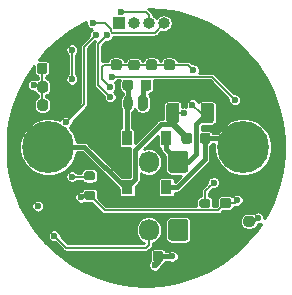
<source format=gbl>
%TF.GenerationSoftware,KiCad,Pcbnew,(5.1.8)-1*%
%TF.CreationDate,2020-11-23T23:28:54+01:00*%
%TF.ProjectId,KLinPump_PCB,4b4c696e-5075-46d7-905f-5043422e6b69,rev?*%
%TF.SameCoordinates,PX6a9eec0PY52f83c0*%
%TF.FileFunction,Copper,L2,Bot*%
%TF.FilePolarity,Positive*%
%FSLAX46Y46*%
G04 Gerber Fmt 4.6, Leading zero omitted, Abs format (unit mm)*
G04 Created by KiCad (PCBNEW (5.1.8)-1) date 2020-11-23 23:28:54*
%MOMM*%
%LPD*%
G01*
G04 APERTURE LIST*
%TA.AperFunction,ComponentPad*%
%ADD10O,1.000000X1.000000*%
%TD*%
%TA.AperFunction,ComponentPad*%
%ADD11R,1.000000X1.000000*%
%TD*%
%TA.AperFunction,ComponentPad*%
%ADD12O,0.800000X1.300000*%
%TD*%
%TA.AperFunction,ComponentPad*%
%ADD13C,4.400000*%
%TD*%
%TA.AperFunction,ComponentPad*%
%ADD14O,1.700000X1.850000*%
%TD*%
%TA.AperFunction,SMDPad,CuDef*%
%ADD15R,0.900000X1.200000*%
%TD*%
%TA.AperFunction,ViaPad*%
%ADD16C,0.600000*%
%TD*%
%TA.AperFunction,Conductor*%
%ADD17C,0.200000*%
%TD*%
%TA.AperFunction,Conductor*%
%ADD18C,0.150000*%
%TD*%
%TA.AperFunction,Conductor*%
%ADD19C,0.400000*%
%TD*%
%TA.AperFunction,Conductor*%
%ADD20C,0.600000*%
%TD*%
%TA.AperFunction,Conductor*%
%ADD21C,0.254000*%
%TD*%
%TA.AperFunction,Conductor*%
%ADD22C,0.100000*%
%TD*%
G04 APERTURE END LIST*
D10*
%TO.P,SWD1,5*%
%TO.N,GND*%
X15240000Y-2500000D03*
%TO.P,SWD1,4*%
%TO.N,SWDIO*%
X13970000Y-2500000D03*
%TO.P,SWD1,3*%
%TO.N,SWCLK*%
X12700000Y-2500000D03*
%TO.P,SWD1,2*%
%TO.N,RST*%
X11430000Y-2500000D03*
D11*
%TO.P,SWD1,1*%
%TO.N,+3V3*%
X10160000Y-2500000D03*
%TD*%
%TO.P,VALVE1,1*%
%TO.N,VCC*%
%TA.AperFunction,ComponentPad*%
G36*
G01*
X12600000Y-8800000D02*
X12600000Y-9700000D01*
G75*
G02*
X12400000Y-9900000I-200000J0D01*
G01*
X12000000Y-9900000D01*
G75*
G02*
X11800000Y-9700000I0J200000D01*
G01*
X11800000Y-8800000D01*
G75*
G02*
X12000000Y-8600000I200000J0D01*
G01*
X12400000Y-8600000D01*
G75*
G02*
X12600000Y-8800000I0J-200000D01*
G01*
G37*
%TD.AperFunction*%
D12*
%TO.P,VALVE1,2*%
%TO.N,/VALVE_GND*%
X10950000Y-9250000D03*
%TD*%
%TO.P,R3,1*%
%TO.N,VCC*%
%TA.AperFunction,SMDPad,CuDef*%
G36*
G01*
X18225000Y-9474999D02*
X18225000Y-10725001D01*
G75*
G02*
X17975001Y-10975000I-249999J0D01*
G01*
X17349999Y-10975000D01*
G75*
G02*
X17100000Y-10725001I0J249999D01*
G01*
X17100000Y-9474999D01*
G75*
G02*
X17349999Y-9225000I249999J0D01*
G01*
X17975001Y-9225000D01*
G75*
G02*
X18225000Y-9474999I0J-249999D01*
G01*
G37*
%TD.AperFunction*%
%TO.P,R3,2*%
%TO.N,/P-*%
%TA.AperFunction,SMDPad,CuDef*%
G36*
G01*
X15300000Y-9474999D02*
X15300000Y-10725001D01*
G75*
G02*
X15050001Y-10975000I-249999J0D01*
G01*
X14424999Y-10975000D01*
G75*
G02*
X14175000Y-10725001I0J249999D01*
G01*
X14175000Y-9474999D01*
G75*
G02*
X14424999Y-9225000I249999J0D01*
G01*
X15050001Y-9225000D01*
G75*
G02*
X15300000Y-9474999I0J-249999D01*
G01*
G37*
%TD.AperFunction*%
%TD*%
%TO.P,C8,2*%
%TO.N,GND*%
%TA.AperFunction,SMDPad,CuDef*%
G36*
G01*
X14700000Y-4925000D02*
X14200000Y-4925000D01*
G75*
G02*
X13975000Y-4700000I0J225000D01*
G01*
X13975000Y-4250000D01*
G75*
G02*
X14200000Y-4025000I225000J0D01*
G01*
X14700000Y-4025000D01*
G75*
G02*
X14925000Y-4250000I0J-225000D01*
G01*
X14925000Y-4700000D01*
G75*
G02*
X14700000Y-4925000I-225000J0D01*
G01*
G37*
%TD.AperFunction*%
%TO.P,C8,1*%
%TO.N,+3V3*%
%TA.AperFunction,SMDPad,CuDef*%
G36*
G01*
X14700000Y-6475000D02*
X14200000Y-6475000D01*
G75*
G02*
X13975000Y-6250000I0J225000D01*
G01*
X13975000Y-5800000D01*
G75*
G02*
X14200000Y-5575000I225000J0D01*
G01*
X14700000Y-5575000D01*
G75*
G02*
X14925000Y-5800000I0J-225000D01*
G01*
X14925000Y-6250000D01*
G75*
G02*
X14700000Y-6475000I-225000J0D01*
G01*
G37*
%TD.AperFunction*%
%TD*%
%TO.P,C4,2*%
%TO.N,GND*%
%TA.AperFunction,SMDPad,CuDef*%
G36*
G01*
X13190000Y-4925000D02*
X12690000Y-4925000D01*
G75*
G02*
X12465000Y-4700000I0J225000D01*
G01*
X12465000Y-4250000D01*
G75*
G02*
X12690000Y-4025000I225000J0D01*
G01*
X13190000Y-4025000D01*
G75*
G02*
X13415000Y-4250000I0J-225000D01*
G01*
X13415000Y-4700000D01*
G75*
G02*
X13190000Y-4925000I-225000J0D01*
G01*
G37*
%TD.AperFunction*%
%TO.P,C4,1*%
%TO.N,+3V3*%
%TA.AperFunction,SMDPad,CuDef*%
G36*
G01*
X13190000Y-6475000D02*
X12690000Y-6475000D01*
G75*
G02*
X12465000Y-6250000I0J225000D01*
G01*
X12465000Y-5800000D01*
G75*
G02*
X12690000Y-5575000I225000J0D01*
G01*
X13190000Y-5575000D01*
G75*
G02*
X13415000Y-5800000I0J-225000D01*
G01*
X13415000Y-6250000D01*
G75*
G02*
X13190000Y-6475000I-225000J0D01*
G01*
G37*
%TD.AperFunction*%
%TD*%
%TO.P,C1,1*%
%TO.N,+3V3*%
%TA.AperFunction,SMDPad,CuDef*%
G36*
G01*
X11700000Y-6500000D02*
X11200000Y-6500000D01*
G75*
G02*
X10975000Y-6275000I0J225000D01*
G01*
X10975000Y-5825000D01*
G75*
G02*
X11200000Y-5600000I225000J0D01*
G01*
X11700000Y-5600000D01*
G75*
G02*
X11925000Y-5825000I0J-225000D01*
G01*
X11925000Y-6275000D01*
G75*
G02*
X11700000Y-6500000I-225000J0D01*
G01*
G37*
%TD.AperFunction*%
%TO.P,C1,2*%
%TO.N,GND*%
%TA.AperFunction,SMDPad,CuDef*%
G36*
G01*
X11700000Y-4950000D02*
X11200000Y-4950000D01*
G75*
G02*
X10975000Y-4725000I0J225000D01*
G01*
X10975000Y-4275000D01*
G75*
G02*
X11200000Y-4050000I225000J0D01*
G01*
X11700000Y-4050000D01*
G75*
G02*
X11925000Y-4275000I0J-225000D01*
G01*
X11925000Y-4725000D01*
G75*
G02*
X11700000Y-4950000I-225000J0D01*
G01*
G37*
%TD.AperFunction*%
%TD*%
%TO.P,C3,1*%
%TO.N,+3V3*%
%TA.AperFunction,SMDPad,CuDef*%
G36*
G01*
X10200000Y-6475000D02*
X9700000Y-6475000D01*
G75*
G02*
X9475000Y-6250000I0J225000D01*
G01*
X9475000Y-5800000D01*
G75*
G02*
X9700000Y-5575000I225000J0D01*
G01*
X10200000Y-5575000D01*
G75*
G02*
X10425000Y-5800000I0J-225000D01*
G01*
X10425000Y-6250000D01*
G75*
G02*
X10200000Y-6475000I-225000J0D01*
G01*
G37*
%TD.AperFunction*%
%TO.P,C3,2*%
%TO.N,GND*%
%TA.AperFunction,SMDPad,CuDef*%
G36*
G01*
X10200000Y-4925000D02*
X9700000Y-4925000D01*
G75*
G02*
X9475000Y-4700000I0J225000D01*
G01*
X9475000Y-4250000D01*
G75*
G02*
X9700000Y-4025000I225000J0D01*
G01*
X10200000Y-4025000D01*
G75*
G02*
X10425000Y-4250000I0J-225000D01*
G01*
X10425000Y-4700000D01*
G75*
G02*
X10200000Y-4925000I-225000J0D01*
G01*
G37*
%TD.AperFunction*%
%TD*%
D13*
%TO.P,PGND,1*%
%TO.N,/PUMP_GND*%
X20700000Y-13000000D03*
%TD*%
%TO.P,Pump+,1*%
%TO.N,/P-*%
X4200000Y-13000000D03*
%TD*%
%TO.P,C2,2*%
%TO.N,/PUMP_GND*%
%TA.AperFunction,SMDPad,CuDef*%
G36*
G01*
X17025000Y-12500000D02*
X17025000Y-12000000D01*
G75*
G02*
X17250000Y-11775000I225000J0D01*
G01*
X17700000Y-11775000D01*
G75*
G02*
X17925000Y-12000000I0J-225000D01*
G01*
X17925000Y-12500000D01*
G75*
G02*
X17700000Y-12725000I-225000J0D01*
G01*
X17250000Y-12725000D01*
G75*
G02*
X17025000Y-12500000I0J225000D01*
G01*
G37*
%TD.AperFunction*%
%TO.P,C2,1*%
%TO.N,/P-*%
%TA.AperFunction,SMDPad,CuDef*%
G36*
G01*
X15475000Y-12500000D02*
X15475000Y-12000000D01*
G75*
G02*
X15700000Y-11775000I225000J0D01*
G01*
X16150000Y-11775000D01*
G75*
G02*
X16375000Y-12000000I0J-225000D01*
G01*
X16375000Y-12500000D01*
G75*
G02*
X16150000Y-12725000I-225000J0D01*
G01*
X15700000Y-12725000D01*
G75*
G02*
X15475000Y-12500000I0J225000D01*
G01*
G37*
%TD.AperFunction*%
%TD*%
%TO.P,C5,1*%
%TO.N,+3V3*%
%TA.AperFunction,SMDPad,CuDef*%
G36*
G01*
X3270000Y-9690000D02*
X3270000Y-9190000D01*
G75*
G02*
X3495000Y-8965000I225000J0D01*
G01*
X3945000Y-8965000D01*
G75*
G02*
X4170000Y-9190000I0J-225000D01*
G01*
X4170000Y-9690000D01*
G75*
G02*
X3945000Y-9915000I-225000J0D01*
G01*
X3495000Y-9915000D01*
G75*
G02*
X3270000Y-9690000I0J225000D01*
G01*
G37*
%TD.AperFunction*%
%TO.P,C5,2*%
%TO.N,GND*%
%TA.AperFunction,SMDPad,CuDef*%
G36*
G01*
X4820000Y-9690000D02*
X4820000Y-9190000D01*
G75*
G02*
X5045000Y-8965000I225000J0D01*
G01*
X5495000Y-8965000D01*
G75*
G02*
X5720000Y-9190000I0J-225000D01*
G01*
X5720000Y-9690000D01*
G75*
G02*
X5495000Y-9915000I-225000J0D01*
G01*
X5045000Y-9915000D01*
G75*
G02*
X4820000Y-9690000I0J225000D01*
G01*
G37*
%TD.AperFunction*%
%TD*%
%TO.P,C6,2*%
%TO.N,GND*%
%TA.AperFunction,SMDPad,CuDef*%
G36*
G01*
X4825000Y-8150000D02*
X4825000Y-7650000D01*
G75*
G02*
X5050000Y-7425000I225000J0D01*
G01*
X5500000Y-7425000D01*
G75*
G02*
X5725000Y-7650000I0J-225000D01*
G01*
X5725000Y-8150000D01*
G75*
G02*
X5500000Y-8375000I-225000J0D01*
G01*
X5050000Y-8375000D01*
G75*
G02*
X4825000Y-8150000I0J225000D01*
G01*
G37*
%TD.AperFunction*%
%TO.P,C6,1*%
%TO.N,+3V3*%
%TA.AperFunction,SMDPad,CuDef*%
G36*
G01*
X3275000Y-8150000D02*
X3275000Y-7650000D01*
G75*
G02*
X3500000Y-7425000I225000J0D01*
G01*
X3950000Y-7425000D01*
G75*
G02*
X4175000Y-7650000I0J-225000D01*
G01*
X4175000Y-8150000D01*
G75*
G02*
X3950000Y-8375000I-225000J0D01*
G01*
X3500000Y-8375000D01*
G75*
G02*
X3275000Y-8150000I0J225000D01*
G01*
G37*
%TD.AperFunction*%
%TD*%
%TO.P,C7,1*%
%TO.N,VCC*%
%TA.AperFunction,SMDPad,CuDef*%
G36*
G01*
X12925000Y-7500000D02*
X12925000Y-8000000D01*
G75*
G02*
X12700000Y-8225000I-225000J0D01*
G01*
X12250000Y-8225000D01*
G75*
G02*
X12025000Y-8000000I0J225000D01*
G01*
X12025000Y-7500000D01*
G75*
G02*
X12250000Y-7275000I225000J0D01*
G01*
X12700000Y-7275000D01*
G75*
G02*
X12925000Y-7500000I0J-225000D01*
G01*
G37*
%TD.AperFunction*%
%TO.P,C7,2*%
%TO.N,/VALVE_GND*%
%TA.AperFunction,SMDPad,CuDef*%
G36*
G01*
X11375000Y-7500000D02*
X11375000Y-8000000D01*
G75*
G02*
X11150000Y-8225000I-225000J0D01*
G01*
X10700000Y-8225000D01*
G75*
G02*
X10475000Y-8000000I0J225000D01*
G01*
X10475000Y-7500000D01*
G75*
G02*
X10700000Y-7275000I225000J0D01*
G01*
X11150000Y-7275000D01*
G75*
G02*
X11375000Y-7500000I0J-225000D01*
G01*
G37*
%TD.AperFunction*%
%TD*%
%TO.P,C9,1*%
%TO.N,+3V3*%
%TA.AperFunction,SMDPad,CuDef*%
G36*
G01*
X3225000Y-6575000D02*
X3225000Y-6075000D01*
G75*
G02*
X3450000Y-5850000I225000J0D01*
G01*
X3900000Y-5850000D01*
G75*
G02*
X4125000Y-6075000I0J-225000D01*
G01*
X4125000Y-6575000D01*
G75*
G02*
X3900000Y-6800000I-225000J0D01*
G01*
X3450000Y-6800000D01*
G75*
G02*
X3225000Y-6575000I0J225000D01*
G01*
G37*
%TD.AperFunction*%
%TO.P,C9,2*%
%TO.N,GND*%
%TA.AperFunction,SMDPad,CuDef*%
G36*
G01*
X4775000Y-6575000D02*
X4775000Y-6075000D01*
G75*
G02*
X5000000Y-5850000I225000J0D01*
G01*
X5450000Y-5850000D01*
G75*
G02*
X5675000Y-6075000I0J-225000D01*
G01*
X5675000Y-6575000D01*
G75*
G02*
X5450000Y-6800000I-225000J0D01*
G01*
X5000000Y-6800000D01*
G75*
G02*
X4775000Y-6575000I0J225000D01*
G01*
G37*
%TD.AperFunction*%
%TD*%
%TO.P,C10,1*%
%TO.N,VCC*%
%TA.AperFunction,SMDPad,CuDef*%
G36*
G01*
X13925000Y-22000000D02*
X13925000Y-22500000D01*
G75*
G02*
X13700000Y-22725000I-225000J0D01*
G01*
X13250000Y-22725000D01*
G75*
G02*
X13025000Y-22500000I0J225000D01*
G01*
X13025000Y-22000000D01*
G75*
G02*
X13250000Y-21775000I225000J0D01*
G01*
X13700000Y-21775000D01*
G75*
G02*
X13925000Y-22000000I0J-225000D01*
G01*
G37*
%TD.AperFunction*%
%TO.P,C10,2*%
%TO.N,GND*%
%TA.AperFunction,SMDPad,CuDef*%
G36*
G01*
X12375000Y-22000000D02*
X12375000Y-22500000D01*
G75*
G02*
X12150000Y-22725000I-225000J0D01*
G01*
X11700000Y-22725000D01*
G75*
G02*
X11475000Y-22500000I0J225000D01*
G01*
X11475000Y-22000000D01*
G75*
G02*
X11700000Y-21775000I225000J0D01*
G01*
X12150000Y-21775000D01*
G75*
G02*
X12375000Y-22000000I0J-225000D01*
G01*
G37*
%TD.AperFunction*%
%TD*%
%TO.P,C11,2*%
%TO.N,GND*%
%TA.AperFunction,SMDPad,CuDef*%
G36*
G01*
X21450000Y-18175000D02*
X20950000Y-18175000D01*
G75*
G02*
X20725000Y-17950000I0J225000D01*
G01*
X20725000Y-17500000D01*
G75*
G02*
X20950000Y-17275000I225000J0D01*
G01*
X21450000Y-17275000D01*
G75*
G02*
X21675000Y-17500000I0J-225000D01*
G01*
X21675000Y-17950000D01*
G75*
G02*
X21450000Y-18175000I-225000J0D01*
G01*
G37*
%TD.AperFunction*%
%TO.P,C11,1*%
%TO.N,VCC*%
%TA.AperFunction,SMDPad,CuDef*%
G36*
G01*
X21450000Y-19725000D02*
X20950000Y-19725000D01*
G75*
G02*
X20725000Y-19500000I0J225000D01*
G01*
X20725000Y-19050000D01*
G75*
G02*
X20950000Y-18825000I225000J0D01*
G01*
X21450000Y-18825000D01*
G75*
G02*
X21675000Y-19050000I0J-225000D01*
G01*
X21675000Y-19500000D01*
G75*
G02*
X21450000Y-19725000I-225000J0D01*
G01*
G37*
%TD.AperFunction*%
%TD*%
%TO.P,C12,2*%
%TO.N,GND*%
%TA.AperFunction,SMDPad,CuDef*%
G36*
G01*
X18950000Y-18825000D02*
X19450000Y-18825000D01*
G75*
G02*
X19675000Y-19050000I0J-225000D01*
G01*
X19675000Y-19500000D01*
G75*
G02*
X19450000Y-19725000I-225000J0D01*
G01*
X18950000Y-19725000D01*
G75*
G02*
X18725000Y-19500000I0J225000D01*
G01*
X18725000Y-19050000D01*
G75*
G02*
X18950000Y-18825000I225000J0D01*
G01*
G37*
%TD.AperFunction*%
%TO.P,C12,1*%
%TO.N,+3V3*%
%TA.AperFunction,SMDPad,CuDef*%
G36*
G01*
X18950000Y-17275000D02*
X19450000Y-17275000D01*
G75*
G02*
X19675000Y-17500000I0J-225000D01*
G01*
X19675000Y-17950000D01*
G75*
G02*
X19450000Y-18175000I-225000J0D01*
G01*
X18950000Y-18175000D01*
G75*
G02*
X18725000Y-17950000I0J225000D01*
G01*
X18725000Y-17500000D01*
G75*
G02*
X18950000Y-17275000I225000J0D01*
G01*
G37*
%TD.AperFunction*%
%TD*%
%TO.P,KLIN1,1*%
%TO.N,VCC*%
%TA.AperFunction,ComponentPad*%
G36*
G01*
X16050000Y-13575000D02*
X16050000Y-14925000D01*
G75*
G02*
X15800000Y-15175000I-250000J0D01*
G01*
X14600000Y-15175000D01*
G75*
G02*
X14350000Y-14925000I0J250000D01*
G01*
X14350000Y-13575000D01*
G75*
G02*
X14600000Y-13325000I250000J0D01*
G01*
X15800000Y-13325000D01*
G75*
G02*
X16050000Y-13575000I0J-250000D01*
G01*
G37*
%TD.AperFunction*%
D14*
%TO.P,KLIN1,2*%
%TO.N,LIN*%
X12700000Y-14250000D03*
%TO.P,KLIN1,3*%
%TO.N,GND*%
X10200000Y-14250000D03*
%TD*%
%TO.P,KLIN2,3*%
%TO.N,GND*%
X10200000Y-20000000D03*
%TO.P,KLIN2,2*%
%TO.N,LIN*%
X12700000Y-20000000D03*
%TO.P,KLIN2,1*%
%TO.N,VCC*%
%TA.AperFunction,ComponentPad*%
G36*
G01*
X16050000Y-19325000D02*
X16050000Y-20675000D01*
G75*
G02*
X15800000Y-20925000I-250000J0D01*
G01*
X14600000Y-20925000D01*
G75*
G02*
X14350000Y-20675000I0J250000D01*
G01*
X14350000Y-19325000D01*
G75*
G02*
X14600000Y-19075000I250000J0D01*
G01*
X15800000Y-19075000D01*
G75*
G02*
X16050000Y-19325000I0J-250000D01*
G01*
G37*
%TD.AperFunction*%
%TD*%
%TO.P,R5,2*%
%TO.N,GND*%
%TA.AperFunction,SMDPad,CuDef*%
G36*
G01*
X17175000Y-19000000D02*
X17725000Y-19000000D01*
G75*
G02*
X17925000Y-19200000I0J-200000D01*
G01*
X17925000Y-19600000D01*
G75*
G02*
X17725000Y-19800000I-200000J0D01*
G01*
X17175000Y-19800000D01*
G75*
G02*
X16975000Y-19600000I0J200000D01*
G01*
X16975000Y-19200000D01*
G75*
G02*
X17175000Y-19000000I200000J0D01*
G01*
G37*
%TD.AperFunction*%
%TO.P,R5,1*%
%TO.N,Net-(D3-Pad1)*%
%TA.AperFunction,SMDPad,CuDef*%
G36*
G01*
X17175000Y-17350000D02*
X17725000Y-17350000D01*
G75*
G02*
X17925000Y-17550000I0J-200000D01*
G01*
X17925000Y-17950000D01*
G75*
G02*
X17725000Y-18150000I-200000J0D01*
G01*
X17175000Y-18150000D01*
G75*
G02*
X16975000Y-17950000I0J200000D01*
G01*
X16975000Y-17550000D01*
G75*
G02*
X17175000Y-17350000I200000J0D01*
G01*
G37*
%TD.AperFunction*%
%TD*%
D15*
%TO.P,D1,2*%
%TO.N,/PUMP_GND*%
X14200000Y-16400000D03*
%TO.P,D1,1*%
%TO.N,/P-*%
X10900000Y-16400000D03*
%TD*%
%TO.P,D2,1*%
%TO.N,VCC*%
X14150000Y-12250000D03*
%TO.P,D2,2*%
%TO.N,/VALVE_GND*%
X10850000Y-12250000D03*
%TD*%
%TO.P,R7,1*%
%TO.N,LIN_RX*%
%TA.AperFunction,SMDPad,CuDef*%
G36*
G01*
X7425000Y-15025000D02*
X7975000Y-15025000D01*
G75*
G02*
X8175000Y-15225000I0J-200000D01*
G01*
X8175000Y-15625000D01*
G75*
G02*
X7975000Y-15825000I-200000J0D01*
G01*
X7425000Y-15825000D01*
G75*
G02*
X7225000Y-15625000I0J200000D01*
G01*
X7225000Y-15225000D01*
G75*
G02*
X7425000Y-15025000I200000J0D01*
G01*
G37*
%TD.AperFunction*%
%TO.P,R7,2*%
%TO.N,+3V3*%
%TA.AperFunction,SMDPad,CuDef*%
G36*
G01*
X7425000Y-16675000D02*
X7975000Y-16675000D01*
G75*
G02*
X8175000Y-16875000I0J-200000D01*
G01*
X8175000Y-17275000D01*
G75*
G02*
X7975000Y-17475000I-200000J0D01*
G01*
X7425000Y-17475000D01*
G75*
G02*
X7225000Y-17275000I0J200000D01*
G01*
X7225000Y-16875000D01*
G75*
G02*
X7425000Y-16675000I200000J0D01*
G01*
G37*
%TD.AperFunction*%
%TD*%
D16*
%TO.N,*%
X3300000Y-18000000D03*
%TO.N,+3V3*%
X2950000Y-7750000D03*
X20200000Y-17500030D03*
X6950000Y-17250000D03*
X16485000Y-6465000D03*
X9400000Y-7900000D03*
%TO.N,GND*%
X22200000Y-9000000D03*
X20200000Y-7750000D03*
X4950000Y-6750000D03*
X22950000Y-16250000D03*
X9200000Y-5250000D03*
X17200000Y-4500000D03*
%TO.N,Net-(D3-Pad1)*%
X18200000Y-16000000D03*
%TO.N,RST*%
X9450000Y-8750000D03*
X9166939Y-3541920D03*
%TO.N,SWCLK*%
X8200000Y-3500000D03*
X5694815Y-10884903D03*
X10369504Y-1597530D03*
%TO.N,SWDIO*%
X6200000Y-7250000D03*
X6200000Y-4750000D03*
X7950000Y-2500000D03*
%TO.N,LIN*%
X4700000Y-20500000D03*
%TO.N,Pump*%
X20000000Y-9000000D03*
X9588433Y-7028093D03*
%TO.N,LIN_RX*%
X6200000Y-15500000D03*
%TO.N,VCC*%
X14700000Y-22250000D03*
X13200000Y-23000000D03*
X21950000Y-18990000D03*
X16400000Y-9400000D03*
%TO.N,/P-*%
X15700000Y-10100000D03*
%TD*%
D17*
%TO.N,+3V3*%
X3675000Y-9395000D02*
X3720000Y-9440000D01*
X3475000Y-8275000D02*
X3450000Y-8250000D01*
X3675000Y-6325000D02*
X3675000Y-8525000D01*
X3675000Y-8525000D02*
X3675000Y-9395000D01*
X14450000Y-6025000D02*
X9950000Y-6025000D01*
X3575000Y-7750000D02*
X3725000Y-7900000D01*
X2950000Y-7750000D02*
X3575000Y-7750000D01*
X19975030Y-17725000D02*
X20200000Y-17500030D01*
X19200000Y-17725000D02*
X19975030Y-17725000D01*
D18*
X7125000Y-17075000D02*
X6950000Y-17250000D01*
X7700000Y-17075000D02*
X7125000Y-17075000D01*
X16045000Y-6025000D02*
X16485000Y-6465000D01*
X14450000Y-6025000D02*
X16045000Y-6025000D01*
D17*
X18584990Y-18340010D02*
X19200000Y-17725000D01*
X7700000Y-17075000D02*
X8965010Y-18340010D01*
X8965010Y-18340010D02*
X12359990Y-18340010D01*
X14040010Y-18340010D02*
X18584990Y-18340010D01*
X12359990Y-18340010D02*
X14040010Y-18340010D01*
X8925000Y-6025000D02*
X8709999Y-6240001D01*
X9950000Y-6025000D02*
X8925000Y-6025000D01*
X8709999Y-7209999D02*
X9400000Y-7900000D01*
X8709999Y-6240001D02*
X8709999Y-7209999D01*
%TO.N,GND*%
X5225000Y-9395000D02*
X5270000Y-9440000D01*
X5225000Y-6325000D02*
X5225000Y-9395000D01*
X9950000Y-4475000D02*
X14450000Y-4475000D01*
X5225000Y-6475000D02*
X4950000Y-6750000D01*
X5225000Y-6325000D02*
X5225000Y-6475000D01*
D18*
X14475000Y-4500000D02*
X14450000Y-4475000D01*
X17200000Y-4500000D02*
X14475000Y-4500000D01*
X14450000Y-3290000D02*
X15240000Y-2500000D01*
X14450000Y-4475000D02*
X14450000Y-3290000D01*
D17*
%TO.N,Net-(D3-Pad1)*%
X17700000Y-16500000D02*
X18200000Y-16000000D01*
X17450000Y-16750000D02*
X17700000Y-16500000D01*
X17450000Y-17750000D02*
X17450000Y-16750000D01*
%TO.N,RST*%
X9450000Y-8750000D02*
X8419990Y-7719990D01*
X8419990Y-7719990D02*
X8419990Y-4288869D01*
X8419990Y-4288869D02*
X9166939Y-3541920D01*
%TO.N,SWCLK*%
X7200000Y-4500000D02*
X8200000Y-3500000D01*
X7200000Y-7000000D02*
X7200000Y-4500000D01*
X7200000Y-9379718D02*
X7200000Y-7000000D01*
X5694815Y-10884903D02*
X7200000Y-9379718D01*
X12497530Y-1597530D02*
X10369504Y-1597530D01*
X12700000Y-1800000D02*
X12497530Y-1597530D01*
X12700000Y-2500000D02*
X12700000Y-1800000D01*
%TO.N,SWDIO*%
X6200000Y-4750000D02*
X6200000Y-7250000D01*
X13970000Y-2530000D02*
X13970000Y-2500000D01*
X9617998Y-3300000D02*
X13200000Y-3300000D01*
X9469999Y-2962001D02*
X9469999Y-3152001D01*
X13200000Y-3300000D02*
X13970000Y-2530000D01*
X9007998Y-2500000D02*
X9469999Y-2962001D01*
X9469999Y-3152001D02*
X9617998Y-3300000D01*
X7950000Y-2500000D02*
X9007998Y-2500000D01*
%TO.N,LIN*%
X12700000Y-21250000D02*
X12700000Y-20000000D01*
X12450000Y-21500000D02*
X12700000Y-21250000D01*
X5700000Y-21500000D02*
X12450000Y-21500000D01*
X4700000Y-20500000D02*
X5700000Y-21500000D01*
D18*
%TO.N,Pump*%
X18028093Y-7028093D02*
X9588433Y-7028093D01*
X20000000Y-9000000D02*
X18028093Y-7028093D01*
%TO.N,LIN_RX*%
X7625000Y-15500000D02*
X7700000Y-15425000D01*
X6200000Y-15500000D02*
X7625000Y-15500000D01*
D19*
%TO.N,/PUMP_GND*%
X17475000Y-14013692D02*
X17475000Y-12250000D01*
X15088692Y-16400000D02*
X17475000Y-14013692D01*
X14200000Y-16400000D02*
X15088692Y-16400000D01*
X19950000Y-12250000D02*
X20700000Y-13000000D01*
X17475000Y-12250000D02*
X19950000Y-12250000D01*
%TO.N,VCC*%
X14700000Y-22250000D02*
X13475000Y-22250000D01*
X13475000Y-22725000D02*
X13200000Y-23000000D01*
X13475000Y-22250000D02*
X13475000Y-22725000D01*
D17*
X21665000Y-19275000D02*
X21950000Y-18990000D01*
X21200000Y-19275000D02*
X21665000Y-19275000D01*
D19*
X12200000Y-8025000D02*
X12475000Y-7750000D01*
X12200000Y-9250000D02*
X12200000Y-8025000D01*
X14150000Y-13200000D02*
X15200000Y-14250000D01*
X14150000Y-12250000D02*
X14150000Y-13200000D01*
D18*
X17100000Y-10100000D02*
X17662500Y-10100000D01*
X16400000Y-9400000D02*
X17100000Y-10100000D01*
D19*
X16050000Y-14250000D02*
X16734990Y-13565010D01*
X16734990Y-11027510D02*
X17662500Y-10100000D01*
X16734990Y-13565010D02*
X16734990Y-11027510D01*
X15200000Y-14250000D02*
X16050000Y-14250000D01*
%TO.N,/VALVE_GND*%
X10950000Y-7775000D02*
X10925000Y-7750000D01*
X10950000Y-9250000D02*
X10950000Y-7775000D01*
X10850000Y-9350000D02*
X10950000Y-9250000D01*
X10850000Y-12250000D02*
X10850000Y-9350000D01*
D20*
%TO.N,/P-*%
X14737500Y-11062500D02*
X15925000Y-12250000D01*
X14737500Y-10100000D02*
X14737500Y-11062500D01*
D19*
X10662783Y-16400000D02*
X10900000Y-16400000D01*
X7262783Y-13000000D02*
X10662783Y-16400000D01*
X4200000Y-13000000D02*
X7262783Y-13000000D01*
X13765498Y-11062500D02*
X14737500Y-11062500D01*
X11559990Y-13268008D02*
X13765498Y-11062500D01*
X11559990Y-15740010D02*
X11559990Y-13268008D01*
X10900000Y-16400000D02*
X11559990Y-15740010D01*
D18*
X14737500Y-10100000D02*
X15700000Y-10100000D01*
%TD*%
D21*
%TO.N,GND*%
X13811416Y-1352343D02*
X15154421Y-1589151D01*
X16460853Y-1980272D01*
X17713046Y-2520415D01*
X18894064Y-3202276D01*
X19987938Y-4016635D01*
X20979874Y-4952479D01*
X21856459Y-5997151D01*
X22605837Y-7136525D01*
X23217874Y-8355192D01*
X23684295Y-9636673D01*
X23998791Y-10963637D01*
X24157110Y-12318138D01*
X24157110Y-13681862D01*
X23998791Y-15036363D01*
X23684295Y-16363327D01*
X23217874Y-17644808D01*
X22605837Y-18863475D01*
X22504000Y-19018311D01*
X22504000Y-18935436D01*
X22482711Y-18828404D01*
X22440949Y-18727582D01*
X22380320Y-18636845D01*
X22303155Y-18559680D01*
X22212418Y-18499051D01*
X22111596Y-18457289D01*
X22004564Y-18436000D01*
X21895436Y-18436000D01*
X21788404Y-18457289D01*
X21687582Y-18499051D01*
X21596845Y-18559680D01*
X21569650Y-18586875D01*
X21543688Y-18578999D01*
X21450000Y-18569772D01*
X20950000Y-18569772D01*
X20856312Y-18578999D01*
X20766225Y-18606327D01*
X20683200Y-18650705D01*
X20610428Y-18710428D01*
X20550705Y-18783200D01*
X20506327Y-18866225D01*
X20478999Y-18956312D01*
X20469772Y-19050000D01*
X20469772Y-19500000D01*
X20478999Y-19593688D01*
X20506327Y-19683775D01*
X20550705Y-19766800D01*
X20610428Y-19839572D01*
X20683200Y-19899295D01*
X20766225Y-19943673D01*
X20856312Y-19971001D01*
X20950000Y-19980228D01*
X21450000Y-19980228D01*
X21543688Y-19971001D01*
X21633775Y-19943673D01*
X21716800Y-19899295D01*
X21789572Y-19839572D01*
X21849295Y-19766800D01*
X21893673Y-19683775D01*
X21921001Y-19593688D01*
X21925895Y-19544000D01*
X22004564Y-19544000D01*
X22111596Y-19522711D01*
X22194963Y-19488179D01*
X21856459Y-20002849D01*
X20979874Y-21047521D01*
X19987938Y-21983365D01*
X18894064Y-22797724D01*
X17713046Y-23479585D01*
X16460853Y-24019728D01*
X15154421Y-24410849D01*
X13811416Y-24647657D01*
X12450000Y-24726950D01*
X11088584Y-24647657D01*
X9745579Y-24410849D01*
X8439147Y-24019728D01*
X7186954Y-23479585D01*
X6261781Y-22945436D01*
X12646000Y-22945436D01*
X12646000Y-23054564D01*
X12667289Y-23161596D01*
X12709051Y-23262418D01*
X12769680Y-23353155D01*
X12846845Y-23430320D01*
X12937582Y-23490949D01*
X13038404Y-23532711D01*
X13145436Y-23554000D01*
X13254564Y-23554000D01*
X13361596Y-23532711D01*
X13462418Y-23490949D01*
X13553155Y-23430320D01*
X13630320Y-23353155D01*
X13690949Y-23262418D01*
X13732711Y-23161596D01*
X13745685Y-23096367D01*
X13780257Y-23061795D01*
X13797579Y-23047579D01*
X13854313Y-22978449D01*
X13870797Y-22947610D01*
X13883775Y-22943673D01*
X13966800Y-22899295D01*
X14039572Y-22839572D01*
X14099295Y-22766800D01*
X14132862Y-22704000D01*
X14382284Y-22704000D01*
X14437582Y-22740949D01*
X14538404Y-22782711D01*
X14645436Y-22804000D01*
X14754564Y-22804000D01*
X14861596Y-22782711D01*
X14962418Y-22740949D01*
X15053155Y-22680320D01*
X15130320Y-22603155D01*
X15190949Y-22512418D01*
X15232711Y-22411596D01*
X15254000Y-22304564D01*
X15254000Y-22195436D01*
X15232711Y-22088404D01*
X15190949Y-21987582D01*
X15130320Y-21896845D01*
X15053155Y-21819680D01*
X14962418Y-21759051D01*
X14861596Y-21717289D01*
X14754564Y-21696000D01*
X14645436Y-21696000D01*
X14538404Y-21717289D01*
X14437582Y-21759051D01*
X14382284Y-21796000D01*
X14132862Y-21796000D01*
X14099295Y-21733200D01*
X14039572Y-21660428D01*
X13966800Y-21600705D01*
X13883775Y-21556327D01*
X13793688Y-21528999D01*
X13700000Y-21519772D01*
X13250000Y-21519772D01*
X13156312Y-21528999D01*
X13066225Y-21556327D01*
X12983200Y-21600705D01*
X12910428Y-21660428D01*
X12850705Y-21733200D01*
X12806327Y-21816225D01*
X12778999Y-21906312D01*
X12769772Y-22000000D01*
X12769772Y-22500000D01*
X12778999Y-22593688D01*
X12789202Y-22627323D01*
X12769680Y-22646845D01*
X12709051Y-22737582D01*
X12667289Y-22838404D01*
X12646000Y-22945436D01*
X6261781Y-22945436D01*
X6005936Y-22797724D01*
X4912062Y-21983365D01*
X3920126Y-21047521D01*
X3414917Y-20445436D01*
X4146000Y-20445436D01*
X4146000Y-20554564D01*
X4167289Y-20661596D01*
X4209051Y-20762418D01*
X4269680Y-20853155D01*
X4346845Y-20930320D01*
X4437582Y-20990949D01*
X4538404Y-21032711D01*
X4645436Y-21054000D01*
X4753369Y-21054000D01*
X5437397Y-21738029D01*
X5448474Y-21751526D01*
X5461971Y-21762603D01*
X5461975Y-21762607D01*
X5479646Y-21777109D01*
X5502377Y-21795764D01*
X5563875Y-21828635D01*
X5630604Y-21848877D01*
X5682618Y-21854000D01*
X5682626Y-21854000D01*
X5700000Y-21855711D01*
X5717374Y-21854000D01*
X12432626Y-21854000D01*
X12450000Y-21855711D01*
X12467374Y-21854000D01*
X12467382Y-21854000D01*
X12519396Y-21848877D01*
X12586125Y-21828635D01*
X12647623Y-21795764D01*
X12701526Y-21751526D01*
X12712611Y-21738019D01*
X12938033Y-21512599D01*
X12951525Y-21501526D01*
X12962598Y-21488034D01*
X12962606Y-21488026D01*
X12995763Y-21447624D01*
X12995764Y-21447623D01*
X13028635Y-21386125D01*
X13048877Y-21319396D01*
X13054000Y-21267382D01*
X13054000Y-21267375D01*
X13055711Y-21250001D01*
X13054000Y-21232627D01*
X13054000Y-21121291D01*
X13124525Y-21099897D01*
X13316317Y-20997383D01*
X13484423Y-20859423D01*
X13622383Y-20691317D01*
X13724897Y-20499526D01*
X13788025Y-20291422D01*
X13804000Y-20129227D01*
X13804000Y-19870774D01*
X13788025Y-19708579D01*
X13724897Y-19500475D01*
X13631105Y-19325000D01*
X14094772Y-19325000D01*
X14094772Y-20675000D01*
X14104480Y-20773565D01*
X14133230Y-20868342D01*
X14179918Y-20955690D01*
X14242750Y-21032250D01*
X14319310Y-21095082D01*
X14406658Y-21141770D01*
X14501435Y-21170520D01*
X14600000Y-21180228D01*
X15800000Y-21180228D01*
X15898565Y-21170520D01*
X15993342Y-21141770D01*
X16080690Y-21095082D01*
X16157250Y-21032250D01*
X16220082Y-20955690D01*
X16266770Y-20868342D01*
X16295520Y-20773565D01*
X16305228Y-20675000D01*
X16305228Y-19325000D01*
X16295520Y-19226435D01*
X16266770Y-19131658D01*
X16220082Y-19044310D01*
X16157250Y-18967750D01*
X16080690Y-18904918D01*
X15993342Y-18858230D01*
X15898565Y-18829480D01*
X15800000Y-18819772D01*
X14600000Y-18819772D01*
X14501435Y-18829480D01*
X14406658Y-18858230D01*
X14319310Y-18904918D01*
X14242750Y-18967750D01*
X14179918Y-19044310D01*
X14133230Y-19131658D01*
X14104480Y-19226435D01*
X14094772Y-19325000D01*
X13631105Y-19325000D01*
X13622383Y-19308683D01*
X13484423Y-19140577D01*
X13316317Y-19002617D01*
X13124526Y-18900103D01*
X12916422Y-18836975D01*
X12700000Y-18815659D01*
X12483579Y-18836975D01*
X12275475Y-18900103D01*
X12083684Y-19002617D01*
X11915577Y-19140577D01*
X11777617Y-19308683D01*
X11675103Y-19500474D01*
X11611975Y-19708578D01*
X11596000Y-19870773D01*
X11596000Y-20129226D01*
X11611975Y-20291421D01*
X11675103Y-20499525D01*
X11777617Y-20691317D01*
X11915577Y-20859423D01*
X12083683Y-20997383D01*
X12275474Y-21099897D01*
X12332249Y-21117120D01*
X12303369Y-21146000D01*
X5846632Y-21146000D01*
X5254000Y-20553369D01*
X5254000Y-20445436D01*
X5232711Y-20338404D01*
X5190949Y-20237582D01*
X5130320Y-20146845D01*
X5053155Y-20069680D01*
X4962418Y-20009051D01*
X4861596Y-19967289D01*
X4754564Y-19946000D01*
X4645436Y-19946000D01*
X4538404Y-19967289D01*
X4437582Y-20009051D01*
X4346845Y-20069680D01*
X4269680Y-20146845D01*
X4209051Y-20237582D01*
X4167289Y-20338404D01*
X4146000Y-20445436D01*
X3414917Y-20445436D01*
X3043541Y-20002849D01*
X2294163Y-18863475D01*
X1833107Y-17945436D01*
X2746000Y-17945436D01*
X2746000Y-18054564D01*
X2767289Y-18161596D01*
X2809051Y-18262418D01*
X2869680Y-18353155D01*
X2946845Y-18430320D01*
X3037582Y-18490949D01*
X3138404Y-18532711D01*
X3245436Y-18554000D01*
X3354564Y-18554000D01*
X3461596Y-18532711D01*
X3562418Y-18490949D01*
X3653155Y-18430320D01*
X3730320Y-18353155D01*
X3790949Y-18262418D01*
X3832711Y-18161596D01*
X3854000Y-18054564D01*
X3854000Y-17945436D01*
X3832711Y-17838404D01*
X3790949Y-17737582D01*
X3730320Y-17646845D01*
X3653155Y-17569680D01*
X3562418Y-17509051D01*
X3461596Y-17467289D01*
X3354564Y-17446000D01*
X3245436Y-17446000D01*
X3138404Y-17467289D01*
X3037582Y-17509051D01*
X2946845Y-17569680D01*
X2869680Y-17646845D01*
X2809051Y-17737582D01*
X2767289Y-17838404D01*
X2746000Y-17945436D01*
X1833107Y-17945436D01*
X1682126Y-17644808D01*
X1518568Y-17195436D01*
X6396000Y-17195436D01*
X6396000Y-17304564D01*
X6417289Y-17411596D01*
X6459051Y-17512418D01*
X6519680Y-17603155D01*
X6596845Y-17680320D01*
X6687582Y-17740949D01*
X6788404Y-17782711D01*
X6895436Y-17804000D01*
X7004564Y-17804000D01*
X7111596Y-17782711D01*
X7212418Y-17740949D01*
X7271102Y-17701737D01*
X7336189Y-17721481D01*
X7425000Y-17730228D01*
X7854597Y-17730228D01*
X8702407Y-18578039D01*
X8713484Y-18591536D01*
X8726981Y-18602613D01*
X8726984Y-18602616D01*
X8731506Y-18606327D01*
X8767387Y-18635774D01*
X8828885Y-18668645D01*
X8875371Y-18682746D01*
X8895613Y-18688887D01*
X8902446Y-18689560D01*
X8947628Y-18694010D01*
X8947635Y-18694010D01*
X8965009Y-18695721D01*
X8982383Y-18694010D01*
X18567616Y-18694010D01*
X18584990Y-18695721D01*
X18602364Y-18694010D01*
X18602372Y-18694010D01*
X18654386Y-18688887D01*
X18721115Y-18668645D01*
X18782613Y-18635774D01*
X18836516Y-18591536D01*
X18847601Y-18578029D01*
X18995403Y-18430228D01*
X19450000Y-18430228D01*
X19543688Y-18421001D01*
X19633775Y-18393673D01*
X19716800Y-18349295D01*
X19789572Y-18289572D01*
X19849295Y-18216800D01*
X19893673Y-18133775D01*
X19910289Y-18079000D01*
X19957656Y-18079000D01*
X19975030Y-18080711D01*
X19992404Y-18079000D01*
X19992412Y-18079000D01*
X20044426Y-18073877D01*
X20111155Y-18053635D01*
X20119914Y-18048954D01*
X20145436Y-18054030D01*
X20254564Y-18054030D01*
X20361596Y-18032741D01*
X20462418Y-17990979D01*
X20553155Y-17930350D01*
X20630320Y-17853185D01*
X20690949Y-17762448D01*
X20732711Y-17661626D01*
X20754000Y-17554594D01*
X20754000Y-17445466D01*
X20732711Y-17338434D01*
X20690949Y-17237612D01*
X20630320Y-17146875D01*
X20553155Y-17069710D01*
X20462418Y-17009081D01*
X20361596Y-16967319D01*
X20254564Y-16946030D01*
X20145436Y-16946030D01*
X20038404Y-16967319D01*
X19937582Y-17009081D01*
X19846845Y-17069710D01*
X19771203Y-17145352D01*
X19716800Y-17100705D01*
X19633775Y-17056327D01*
X19543688Y-17028999D01*
X19450000Y-17019772D01*
X18950000Y-17019772D01*
X18856312Y-17028999D01*
X18766225Y-17056327D01*
X18683200Y-17100705D01*
X18610428Y-17160428D01*
X18550705Y-17233200D01*
X18506327Y-17316225D01*
X18478999Y-17406312D01*
X18469772Y-17500000D01*
X18469772Y-17950000D01*
X18470184Y-17954185D01*
X18438360Y-17986010D01*
X18176681Y-17986010D01*
X18180228Y-17950000D01*
X18180228Y-17550000D01*
X18171481Y-17461189D01*
X18145576Y-17375792D01*
X18103508Y-17297089D01*
X18046895Y-17228105D01*
X17977911Y-17171492D01*
X17899208Y-17129424D01*
X17813811Y-17103519D01*
X17804000Y-17102553D01*
X17804000Y-16896631D01*
X17962606Y-16738026D01*
X17962615Y-16738015D01*
X18146630Y-16554000D01*
X18254564Y-16554000D01*
X18361596Y-16532711D01*
X18462418Y-16490949D01*
X18553155Y-16430320D01*
X18630320Y-16353155D01*
X18690949Y-16262418D01*
X18732711Y-16161596D01*
X18754000Y-16054564D01*
X18754000Y-15945436D01*
X18732711Y-15838404D01*
X18690949Y-15737582D01*
X18630320Y-15646845D01*
X18553155Y-15569680D01*
X18462418Y-15509051D01*
X18361596Y-15467289D01*
X18254564Y-15446000D01*
X18145436Y-15446000D01*
X18038404Y-15467289D01*
X17937582Y-15509051D01*
X17846845Y-15569680D01*
X17769680Y-15646845D01*
X17709051Y-15737582D01*
X17667289Y-15838404D01*
X17646000Y-15945436D01*
X17646000Y-16053370D01*
X17461985Y-16237385D01*
X17461974Y-16237394D01*
X17211976Y-16487394D01*
X17198475Y-16498474D01*
X17154237Y-16552377D01*
X17142370Y-16574579D01*
X17121366Y-16613875D01*
X17101123Y-16680604D01*
X17094289Y-16750000D01*
X17096001Y-16767384D01*
X17096001Y-17102553D01*
X17086189Y-17103519D01*
X17000792Y-17129424D01*
X16922089Y-17171492D01*
X16853105Y-17228105D01*
X16796492Y-17297089D01*
X16754424Y-17375792D01*
X16728519Y-17461189D01*
X16719772Y-17550000D01*
X16719772Y-17950000D01*
X16723319Y-17986010D01*
X9111642Y-17986010D01*
X8427574Y-17301944D01*
X8430228Y-17275000D01*
X8430228Y-16875000D01*
X8421481Y-16786189D01*
X8395576Y-16700792D01*
X8353508Y-16622089D01*
X8296895Y-16553105D01*
X8227911Y-16496492D01*
X8149208Y-16454424D01*
X8063811Y-16428519D01*
X7975000Y-16419772D01*
X7425000Y-16419772D01*
X7336189Y-16428519D01*
X7250792Y-16454424D01*
X7172089Y-16496492D01*
X7103105Y-16553105D01*
X7046492Y-16622089D01*
X7006753Y-16696435D01*
X7004564Y-16696000D01*
X6895436Y-16696000D01*
X6788404Y-16717289D01*
X6687582Y-16759051D01*
X6596845Y-16819680D01*
X6519680Y-16896845D01*
X6459051Y-16987582D01*
X6417289Y-17088404D01*
X6396000Y-17195436D01*
X1518568Y-17195436D01*
X1215705Y-16363327D01*
X901209Y-15036363D01*
X827000Y-14401467D01*
X827000Y-11598533D01*
X901209Y-10963637D01*
X1215705Y-9636673D01*
X1682126Y-8355192D01*
X2294163Y-7136525D01*
X2969772Y-6109311D01*
X2969772Y-6575000D01*
X2978999Y-6668688D01*
X3006327Y-6758775D01*
X3050705Y-6841800D01*
X3110428Y-6914572D01*
X3183200Y-6974295D01*
X3266225Y-7018673D01*
X3321000Y-7035289D01*
X3321000Y-7204878D01*
X3316225Y-7206327D01*
X3233200Y-7250705D01*
X3218268Y-7262960D01*
X3212418Y-7259051D01*
X3111596Y-7217289D01*
X3004564Y-7196000D01*
X2895436Y-7196000D01*
X2788404Y-7217289D01*
X2687582Y-7259051D01*
X2596845Y-7319680D01*
X2519680Y-7396845D01*
X2459051Y-7487582D01*
X2417289Y-7588404D01*
X2396000Y-7695436D01*
X2396000Y-7804564D01*
X2417289Y-7911596D01*
X2459051Y-8012418D01*
X2519680Y-8103155D01*
X2596845Y-8180320D01*
X2687582Y-8240949D01*
X2788404Y-8282711D01*
X2895436Y-8304000D01*
X3004564Y-8304000D01*
X3044863Y-8295984D01*
X3056327Y-8333775D01*
X3100705Y-8416800D01*
X3160428Y-8489572D01*
X3233200Y-8549295D01*
X3316225Y-8593673D01*
X3321000Y-8595122D01*
X3321000Y-8743362D01*
X3311225Y-8746327D01*
X3228200Y-8790705D01*
X3155428Y-8850428D01*
X3095705Y-8923200D01*
X3051327Y-9006225D01*
X3023999Y-9096312D01*
X3014772Y-9190000D01*
X3014772Y-9690000D01*
X3023999Y-9783688D01*
X3051327Y-9873775D01*
X3095705Y-9956800D01*
X3155428Y-10029572D01*
X3228200Y-10089295D01*
X3311225Y-10133673D01*
X3401312Y-10161001D01*
X3495000Y-10170228D01*
X3945000Y-10170228D01*
X4038688Y-10161001D01*
X4128775Y-10133673D01*
X4211800Y-10089295D01*
X4284572Y-10029572D01*
X4344295Y-9956800D01*
X4388673Y-9873775D01*
X4416001Y-9783688D01*
X4425228Y-9690000D01*
X4425228Y-9190000D01*
X4416001Y-9096312D01*
X4388673Y-9006225D01*
X4344295Y-8923200D01*
X4284572Y-8850428D01*
X4211800Y-8790705D01*
X4128775Y-8746327D01*
X4038688Y-8718999D01*
X4029000Y-8718045D01*
X4029000Y-8622448D01*
X4043688Y-8621001D01*
X4133775Y-8593673D01*
X4216800Y-8549295D01*
X4289572Y-8489572D01*
X4349295Y-8416800D01*
X4393673Y-8333775D01*
X4421001Y-8243688D01*
X4430228Y-8150000D01*
X4430228Y-7650000D01*
X4421001Y-7556312D01*
X4393673Y-7466225D01*
X4349295Y-7383200D01*
X4289572Y-7310428D01*
X4216800Y-7250705D01*
X4133775Y-7206327D01*
X4043688Y-7178999D01*
X4029000Y-7177552D01*
X4029000Y-7035289D01*
X4083775Y-7018673D01*
X4166800Y-6974295D01*
X4239572Y-6914572D01*
X4299295Y-6841800D01*
X4343673Y-6758775D01*
X4371001Y-6668688D01*
X4380228Y-6575000D01*
X4380228Y-6075000D01*
X4371001Y-5981312D01*
X4343673Y-5891225D01*
X4299295Y-5808200D01*
X4239572Y-5735428D01*
X4166800Y-5675705D01*
X4083775Y-5631327D01*
X3993688Y-5603999D01*
X3900000Y-5594772D01*
X3450000Y-5594772D01*
X3374978Y-5602161D01*
X3920126Y-4952479D01*
X4192575Y-4695436D01*
X5646000Y-4695436D01*
X5646000Y-4804564D01*
X5667289Y-4911596D01*
X5709051Y-5012418D01*
X5769680Y-5103155D01*
X5846000Y-5179475D01*
X5846001Y-6820524D01*
X5769680Y-6896845D01*
X5709051Y-6987582D01*
X5667289Y-7088404D01*
X5646000Y-7195436D01*
X5646000Y-7304564D01*
X5667289Y-7411596D01*
X5709051Y-7512418D01*
X5769680Y-7603155D01*
X5846845Y-7680320D01*
X5937582Y-7740949D01*
X6038404Y-7782711D01*
X6145436Y-7804000D01*
X6254564Y-7804000D01*
X6361596Y-7782711D01*
X6462418Y-7740949D01*
X6553155Y-7680320D01*
X6630320Y-7603155D01*
X6690949Y-7512418D01*
X6732711Y-7411596D01*
X6754000Y-7304564D01*
X6754000Y-7195436D01*
X6732711Y-7088404D01*
X6690949Y-6987582D01*
X6630320Y-6896845D01*
X6554000Y-6820525D01*
X6554000Y-5179475D01*
X6630320Y-5103155D01*
X6690949Y-5012418D01*
X6732711Y-4911596D01*
X6754000Y-4804564D01*
X6754000Y-4695436D01*
X6732711Y-4588404D01*
X6690949Y-4487582D01*
X6630320Y-4396845D01*
X6553155Y-4319680D01*
X6462418Y-4259051D01*
X6361596Y-4217289D01*
X6254564Y-4196000D01*
X6145436Y-4196000D01*
X6038404Y-4217289D01*
X5937582Y-4259051D01*
X5846845Y-4319680D01*
X5769680Y-4396845D01*
X5709051Y-4487582D01*
X5667289Y-4588404D01*
X5646000Y-4695436D01*
X4192575Y-4695436D01*
X4912062Y-4016635D01*
X6005936Y-3202276D01*
X7186954Y-2520415D01*
X7399306Y-2428815D01*
X7396000Y-2445436D01*
X7396000Y-2554564D01*
X7417289Y-2661596D01*
X7459051Y-2762418D01*
X7519680Y-2853155D01*
X7596845Y-2930320D01*
X7687582Y-2990949D01*
X7788404Y-3032711D01*
X7876075Y-3050149D01*
X7846845Y-3069680D01*
X7769680Y-3146845D01*
X7709051Y-3237582D01*
X7667289Y-3338404D01*
X7646000Y-3445436D01*
X7646000Y-3553369D01*
X6961977Y-4237393D01*
X6948475Y-4248474D01*
X6904237Y-4302377D01*
X6874365Y-4358265D01*
X6871366Y-4363875D01*
X6851123Y-4430604D01*
X6844289Y-4500000D01*
X6846001Y-4517384D01*
X6846000Y-7017381D01*
X6846001Y-7017391D01*
X6846000Y-9233087D01*
X5748185Y-10330903D01*
X5640251Y-10330903D01*
X5533219Y-10352192D01*
X5432397Y-10393954D01*
X5341660Y-10454583D01*
X5264495Y-10531748D01*
X5203866Y-10622485D01*
X5162104Y-10723307D01*
X5158609Y-10740878D01*
X4915805Y-10640306D01*
X4441698Y-10546000D01*
X3958302Y-10546000D01*
X3484195Y-10640306D01*
X3037595Y-10825293D01*
X2635666Y-11093854D01*
X2293854Y-11435666D01*
X2025293Y-11837595D01*
X1840306Y-12284195D01*
X1746000Y-12758302D01*
X1746000Y-13241698D01*
X1840306Y-13715805D01*
X2025293Y-14162405D01*
X2293854Y-14564334D01*
X2635666Y-14906146D01*
X3037595Y-15174707D01*
X3484195Y-15359694D01*
X3958302Y-15454000D01*
X4441698Y-15454000D01*
X4484752Y-15445436D01*
X5646000Y-15445436D01*
X5646000Y-15554564D01*
X5667289Y-15661596D01*
X5709051Y-15762418D01*
X5769680Y-15853155D01*
X5846845Y-15930320D01*
X5937582Y-15990949D01*
X6038404Y-16032711D01*
X6145436Y-16054000D01*
X6254564Y-16054000D01*
X6361596Y-16032711D01*
X6462418Y-15990949D01*
X6553155Y-15930320D01*
X6630320Y-15853155D01*
X6646460Y-15829000D01*
X7020348Y-15829000D01*
X7046492Y-15877911D01*
X7103105Y-15946895D01*
X7172089Y-16003508D01*
X7250792Y-16045576D01*
X7336189Y-16071481D01*
X7425000Y-16080228D01*
X7975000Y-16080228D01*
X8063811Y-16071481D01*
X8149208Y-16045576D01*
X8227911Y-16003508D01*
X8296895Y-15946895D01*
X8353508Y-15877911D01*
X8395576Y-15799208D01*
X8421481Y-15713811D01*
X8430228Y-15625000D01*
X8430228Y-15225000D01*
X8421481Y-15136189D01*
X8395576Y-15050792D01*
X8353508Y-14972089D01*
X8296895Y-14903105D01*
X8227911Y-14846492D01*
X8149208Y-14804424D01*
X8063811Y-14778519D01*
X7975000Y-14769772D01*
X7425000Y-14769772D01*
X7336189Y-14778519D01*
X7250792Y-14804424D01*
X7172089Y-14846492D01*
X7103105Y-14903105D01*
X7046492Y-14972089D01*
X7004424Y-15050792D01*
X6978519Y-15136189D01*
X6975090Y-15171000D01*
X6646460Y-15171000D01*
X6630320Y-15146845D01*
X6553155Y-15069680D01*
X6462418Y-15009051D01*
X6361596Y-14967289D01*
X6254564Y-14946000D01*
X6145436Y-14946000D01*
X6038404Y-14967289D01*
X5937582Y-15009051D01*
X5846845Y-15069680D01*
X5769680Y-15146845D01*
X5709051Y-15237582D01*
X5667289Y-15338404D01*
X5646000Y-15445436D01*
X4484752Y-15445436D01*
X4915805Y-15359694D01*
X5362405Y-15174707D01*
X5764334Y-14906146D01*
X6106146Y-14564334D01*
X6374707Y-14162405D01*
X6559694Y-13715805D01*
X6611770Y-13454000D01*
X7074731Y-13454000D01*
X10194772Y-16574042D01*
X10194772Y-17000000D01*
X10199676Y-17049793D01*
X10214200Y-17097672D01*
X10237786Y-17141797D01*
X10269527Y-17180473D01*
X10308203Y-17212214D01*
X10352328Y-17235800D01*
X10400207Y-17250324D01*
X10450000Y-17255228D01*
X11350000Y-17255228D01*
X11399793Y-17250324D01*
X11447672Y-17235800D01*
X11491797Y-17212214D01*
X11530473Y-17180473D01*
X11562214Y-17141797D01*
X11585800Y-17097672D01*
X11600324Y-17049793D01*
X11605228Y-17000000D01*
X11605228Y-16336825D01*
X11865254Y-16076799D01*
X11882569Y-16062589D01*
X11939303Y-15993459D01*
X11981460Y-15914589D01*
X12004570Y-15838404D01*
X12007420Y-15829010D01*
X12010355Y-15799208D01*
X12013990Y-15762305D01*
X12013990Y-15762298D01*
X12016185Y-15740010D01*
X12013990Y-15717722D01*
X12013990Y-15190188D01*
X12083683Y-15247383D01*
X12275474Y-15349897D01*
X12483578Y-15413025D01*
X12700000Y-15434341D01*
X12916421Y-15413025D01*
X13124525Y-15349897D01*
X13316317Y-15247383D01*
X13484423Y-15109423D01*
X13622383Y-14941317D01*
X13724897Y-14749526D01*
X13788025Y-14541422D01*
X13804000Y-14379227D01*
X13804000Y-14120774D01*
X13788025Y-13958579D01*
X13724897Y-13750475D01*
X13622383Y-13558683D01*
X13484423Y-13390577D01*
X13316317Y-13252617D01*
X13124526Y-13150103D01*
X12916422Y-13086975D01*
X12700000Y-13065659D01*
X12483579Y-13086975D01*
X12339312Y-13130738D01*
X13444772Y-12025279D01*
X13444772Y-12850000D01*
X13449676Y-12899793D01*
X13464200Y-12947672D01*
X13487786Y-12991797D01*
X13519527Y-13030473D01*
X13558203Y-13062214D01*
X13602328Y-13085800D01*
X13650207Y-13100324D01*
X13696001Y-13104834D01*
X13696001Y-13177702D01*
X13693805Y-13200000D01*
X13702570Y-13288999D01*
X13728530Y-13374578D01*
X13737082Y-13390577D01*
X13770688Y-13453449D01*
X13827422Y-13522579D01*
X13844738Y-13536790D01*
X14094772Y-13786824D01*
X14094772Y-14925000D01*
X14104480Y-15023565D01*
X14133230Y-15118342D01*
X14179918Y-15205690D01*
X14242750Y-15282250D01*
X14319310Y-15345082D01*
X14406658Y-15391770D01*
X14501435Y-15420520D01*
X14600000Y-15430228D01*
X15416412Y-15430228D01*
X14905228Y-15941412D01*
X14905228Y-15800000D01*
X14900324Y-15750207D01*
X14885800Y-15702328D01*
X14862214Y-15658203D01*
X14830473Y-15619527D01*
X14791797Y-15587786D01*
X14747672Y-15564200D01*
X14699793Y-15549676D01*
X14650000Y-15544772D01*
X13750000Y-15544772D01*
X13700207Y-15549676D01*
X13652328Y-15564200D01*
X13608203Y-15587786D01*
X13569527Y-15619527D01*
X13537786Y-15658203D01*
X13514200Y-15702328D01*
X13499676Y-15750207D01*
X13494772Y-15800000D01*
X13494772Y-17000000D01*
X13499676Y-17049793D01*
X13514200Y-17097672D01*
X13537786Y-17141797D01*
X13569527Y-17180473D01*
X13608203Y-17212214D01*
X13652328Y-17235800D01*
X13700207Y-17250324D01*
X13750000Y-17255228D01*
X14650000Y-17255228D01*
X14699793Y-17250324D01*
X14747672Y-17235800D01*
X14791797Y-17212214D01*
X14830473Y-17180473D01*
X14862214Y-17141797D01*
X14885800Y-17097672D01*
X14900324Y-17049793D01*
X14905228Y-17000000D01*
X14905228Y-16854000D01*
X15066404Y-16854000D01*
X15088692Y-16856195D01*
X15110980Y-16854000D01*
X15110987Y-16854000D01*
X15177691Y-16847430D01*
X15263271Y-16821470D01*
X15342141Y-16779313D01*
X15411271Y-16722579D01*
X15425486Y-16705258D01*
X17780264Y-14350481D01*
X17797579Y-14336271D01*
X17854313Y-14267141D01*
X17896470Y-14188271D01*
X17904742Y-14161001D01*
X17922430Y-14102692D01*
X17925116Y-14075421D01*
X17929000Y-14035987D01*
X17929000Y-14035981D01*
X17931195Y-14013693D01*
X17929000Y-13991405D01*
X17929000Y-12919500D01*
X17966800Y-12899295D01*
X18039572Y-12839572D01*
X18099295Y-12766800D01*
X18132862Y-12704000D01*
X18256801Y-12704000D01*
X18246000Y-12758302D01*
X18246000Y-13241698D01*
X18340306Y-13715805D01*
X18525293Y-14162405D01*
X18793854Y-14564334D01*
X19135666Y-14906146D01*
X19537595Y-15174707D01*
X19984195Y-15359694D01*
X20458302Y-15454000D01*
X20941698Y-15454000D01*
X21415805Y-15359694D01*
X21862405Y-15174707D01*
X22264334Y-14906146D01*
X22606146Y-14564334D01*
X22874707Y-14162405D01*
X23059694Y-13715805D01*
X23154000Y-13241698D01*
X23154000Y-12758302D01*
X23059694Y-12284195D01*
X22874707Y-11837595D01*
X22606146Y-11435666D01*
X22264334Y-11093854D01*
X21862405Y-10825293D01*
X21415805Y-10640306D01*
X20941698Y-10546000D01*
X20458302Y-10546000D01*
X19984195Y-10640306D01*
X19537595Y-10825293D01*
X19135666Y-11093854D01*
X18793854Y-11435666D01*
X18553086Y-11796000D01*
X18132862Y-11796000D01*
X18099295Y-11733200D01*
X18039572Y-11660428D01*
X17966800Y-11600705D01*
X17883775Y-11556327D01*
X17793688Y-11528999D01*
X17700000Y-11519772D01*
X17250000Y-11519772D01*
X17188990Y-11525781D01*
X17188990Y-11215562D01*
X17199719Y-11204833D01*
X17251434Y-11220520D01*
X17349999Y-11230228D01*
X17975001Y-11230228D01*
X18073566Y-11220520D01*
X18168343Y-11191770D01*
X18255690Y-11145082D01*
X18332250Y-11082250D01*
X18395082Y-11005690D01*
X18441770Y-10918343D01*
X18470520Y-10823566D01*
X18480228Y-10725001D01*
X18480228Y-9474999D01*
X18470520Y-9376434D01*
X18441770Y-9281657D01*
X18395082Y-9194310D01*
X18332250Y-9117750D01*
X18255690Y-9054918D01*
X18168343Y-9008230D01*
X18073566Y-8979480D01*
X17975001Y-8969772D01*
X17349999Y-8969772D01*
X17251434Y-8979480D01*
X17156657Y-9008230D01*
X17069310Y-9054918D01*
X16992750Y-9117750D01*
X16929918Y-9194310D01*
X16921201Y-9210618D01*
X16890949Y-9137582D01*
X16830320Y-9046845D01*
X16753155Y-8969680D01*
X16662418Y-8909051D01*
X16561596Y-8867289D01*
X16454564Y-8846000D01*
X16345436Y-8846000D01*
X16238404Y-8867289D01*
X16137582Y-8909051D01*
X16046845Y-8969680D01*
X15969680Y-9046845D01*
X15909051Y-9137582D01*
X15867289Y-9238404D01*
X15846000Y-9345436D01*
X15846000Y-9454564D01*
X15867289Y-9561596D01*
X15871315Y-9571315D01*
X15861596Y-9567289D01*
X15754564Y-9546000D01*
X15645436Y-9546000D01*
X15555228Y-9563943D01*
X15555228Y-9474999D01*
X15545520Y-9376434D01*
X15516770Y-9281657D01*
X15470082Y-9194310D01*
X15407250Y-9117750D01*
X15330690Y-9054918D01*
X15243343Y-9008230D01*
X15148566Y-8979480D01*
X15050001Y-8969772D01*
X14424999Y-8969772D01*
X14326434Y-8979480D01*
X14231657Y-9008230D01*
X14144310Y-9054918D01*
X14067750Y-9117750D01*
X14004918Y-9194310D01*
X13958230Y-9281657D01*
X13929480Y-9376434D01*
X13919772Y-9474999D01*
X13919772Y-10608500D01*
X13787785Y-10608500D01*
X13765497Y-10606305D01*
X13743209Y-10608500D01*
X13743203Y-10608500D01*
X13685799Y-10614154D01*
X13676498Y-10615070D01*
X13593306Y-10640306D01*
X13590919Y-10641030D01*
X13512049Y-10683187D01*
X13442919Y-10739921D01*
X13428708Y-10757237D01*
X11555228Y-12630718D01*
X11555228Y-11650000D01*
X11550324Y-11600207D01*
X11535800Y-11552328D01*
X11512214Y-11508203D01*
X11480473Y-11469527D01*
X11441797Y-11437786D01*
X11397672Y-11414200D01*
X11349793Y-11399676D01*
X11304000Y-11395166D01*
X11304000Y-10052345D01*
X11315100Y-10046412D01*
X11414685Y-9964685D01*
X11496412Y-9865101D01*
X11550978Y-9763014D01*
X11553519Y-9788811D01*
X11579424Y-9874208D01*
X11621492Y-9952911D01*
X11678105Y-10021895D01*
X11747089Y-10078508D01*
X11825792Y-10120576D01*
X11911189Y-10146481D01*
X12000000Y-10155228D01*
X12400000Y-10155228D01*
X12488811Y-10146481D01*
X12574208Y-10120576D01*
X12652911Y-10078508D01*
X12721895Y-10021895D01*
X12778508Y-9952911D01*
X12820576Y-9874208D01*
X12846481Y-9788811D01*
X12855228Y-9700000D01*
X12855228Y-8800000D01*
X12846481Y-8711189D01*
X12820576Y-8625792D01*
X12778508Y-8547089D01*
X12721895Y-8478105D01*
X12721859Y-8478075D01*
X12793688Y-8471001D01*
X12883775Y-8443673D01*
X12966800Y-8399295D01*
X13039572Y-8339572D01*
X13099295Y-8266800D01*
X13143673Y-8183775D01*
X13171001Y-8093688D01*
X13180228Y-8000000D01*
X13180228Y-7500000D01*
X13171001Y-7406312D01*
X13156070Y-7357093D01*
X17891818Y-7357093D01*
X19451667Y-8916944D01*
X19446000Y-8945436D01*
X19446000Y-9054564D01*
X19467289Y-9161596D01*
X19509051Y-9262418D01*
X19569680Y-9353155D01*
X19646845Y-9430320D01*
X19737582Y-9490949D01*
X19838404Y-9532711D01*
X19945436Y-9554000D01*
X20054564Y-9554000D01*
X20161596Y-9532711D01*
X20262418Y-9490949D01*
X20353155Y-9430320D01*
X20430320Y-9353155D01*
X20490949Y-9262418D01*
X20532711Y-9161596D01*
X20554000Y-9054564D01*
X20554000Y-8945436D01*
X20532711Y-8838404D01*
X20490949Y-8737582D01*
X20430320Y-8646845D01*
X20353155Y-8569680D01*
X20262418Y-8509051D01*
X20161596Y-8467289D01*
X20054564Y-8446000D01*
X19945436Y-8446000D01*
X19916944Y-8451667D01*
X18272158Y-6806883D01*
X18261856Y-6794330D01*
X18211760Y-6753217D01*
X18154605Y-6722667D01*
X18092588Y-6703854D01*
X18044247Y-6699093D01*
X18044237Y-6699093D01*
X18028093Y-6697503D01*
X18011949Y-6699093D01*
X16987682Y-6699093D01*
X17017711Y-6626596D01*
X17039000Y-6519564D01*
X17039000Y-6410436D01*
X17017711Y-6303404D01*
X16975949Y-6202582D01*
X16915320Y-6111845D01*
X16838155Y-6034680D01*
X16747418Y-5974051D01*
X16646596Y-5932289D01*
X16539564Y-5911000D01*
X16430436Y-5911000D01*
X16401943Y-5916667D01*
X16289065Y-5803790D01*
X16278763Y-5791237D01*
X16228667Y-5750124D01*
X16171512Y-5719574D01*
X16109495Y-5700761D01*
X16061154Y-5696000D01*
X16061144Y-5696000D01*
X16045000Y-5694410D01*
X16028856Y-5696000D01*
X15167873Y-5696000D01*
X15143673Y-5616225D01*
X15099295Y-5533200D01*
X15039572Y-5460428D01*
X14966800Y-5400705D01*
X14883775Y-5356327D01*
X14793688Y-5328999D01*
X14700000Y-5319772D01*
X14200000Y-5319772D01*
X14106312Y-5328999D01*
X14016225Y-5356327D01*
X13933200Y-5400705D01*
X13860428Y-5460428D01*
X13800705Y-5533200D01*
X13756327Y-5616225D01*
X13739711Y-5671000D01*
X13650289Y-5671000D01*
X13633673Y-5616225D01*
X13589295Y-5533200D01*
X13529572Y-5460428D01*
X13456800Y-5400705D01*
X13373775Y-5356327D01*
X13283688Y-5328999D01*
X13190000Y-5319772D01*
X12690000Y-5319772D01*
X12596312Y-5328999D01*
X12506225Y-5356327D01*
X12423200Y-5400705D01*
X12350428Y-5460428D01*
X12290705Y-5533200D01*
X12246327Y-5616225D01*
X12229711Y-5671000D01*
X12152705Y-5671000D01*
X12143673Y-5641225D01*
X12099295Y-5558200D01*
X12039572Y-5485428D01*
X11966800Y-5425705D01*
X11883775Y-5381327D01*
X11793688Y-5353999D01*
X11700000Y-5344772D01*
X11200000Y-5344772D01*
X11106312Y-5353999D01*
X11016225Y-5381327D01*
X10933200Y-5425705D01*
X10860428Y-5485428D01*
X10800705Y-5558200D01*
X10756327Y-5641225D01*
X10747295Y-5671000D01*
X10660289Y-5671000D01*
X10643673Y-5616225D01*
X10599295Y-5533200D01*
X10539572Y-5460428D01*
X10466800Y-5400705D01*
X10383775Y-5356327D01*
X10293688Y-5328999D01*
X10200000Y-5319772D01*
X9700000Y-5319772D01*
X9606312Y-5328999D01*
X9516225Y-5356327D01*
X9433200Y-5400705D01*
X9360428Y-5460428D01*
X9300705Y-5533200D01*
X9256327Y-5616225D01*
X9239711Y-5671000D01*
X8942373Y-5671000D01*
X8924999Y-5669289D01*
X8907625Y-5671000D01*
X8907618Y-5671000D01*
X8862436Y-5675450D01*
X8855603Y-5676123D01*
X8835361Y-5682264D01*
X8788875Y-5696365D01*
X8773990Y-5704321D01*
X8773990Y-4435499D01*
X9113570Y-4095920D01*
X9221503Y-4095920D01*
X9328535Y-4074631D01*
X9429357Y-4032869D01*
X9520094Y-3972240D01*
X9597259Y-3895075D01*
X9657888Y-3804338D01*
X9699650Y-3703516D01*
X9709499Y-3654000D01*
X13182626Y-3654000D01*
X13200000Y-3655711D01*
X13217374Y-3654000D01*
X13217382Y-3654000D01*
X13269396Y-3648877D01*
X13336125Y-3628635D01*
X13397623Y-3595764D01*
X13451526Y-3551526D01*
X13462612Y-3538019D01*
X13771369Y-3229262D01*
X13895738Y-3254000D01*
X14044262Y-3254000D01*
X14189934Y-3225024D01*
X14327153Y-3168186D01*
X14450647Y-3085670D01*
X14555670Y-2980647D01*
X14638186Y-2857153D01*
X14695024Y-2719934D01*
X14724000Y-2574262D01*
X14724000Y-2425738D01*
X14695024Y-2280066D01*
X14638186Y-2142847D01*
X14555670Y-2019353D01*
X14450647Y-1914330D01*
X14327153Y-1831814D01*
X14189934Y-1774976D01*
X14044262Y-1746000D01*
X13895738Y-1746000D01*
X13750066Y-1774976D01*
X13612847Y-1831814D01*
X13489353Y-1914330D01*
X13384330Y-2019353D01*
X13335000Y-2093181D01*
X13285670Y-2019353D01*
X13180647Y-1914330D01*
X13057153Y-1831814D01*
X13054000Y-1830508D01*
X13054000Y-1817374D01*
X13055711Y-1800000D01*
X13054000Y-1782625D01*
X13054000Y-1782618D01*
X13048877Y-1730604D01*
X13028635Y-1663875D01*
X12995764Y-1602377D01*
X12951526Y-1548474D01*
X12938018Y-1537388D01*
X12760142Y-1359512D01*
X12749056Y-1346004D01*
X12695153Y-1301766D01*
X12664839Y-1285563D01*
X13811416Y-1352343D01*
%TA.AperFunction,Conductor*%
D22*
G36*
X13811416Y-1352343D02*
G01*
X15154421Y-1589151D01*
X16460853Y-1980272D01*
X17713046Y-2520415D01*
X18894064Y-3202276D01*
X19987938Y-4016635D01*
X20979874Y-4952479D01*
X21856459Y-5997151D01*
X22605837Y-7136525D01*
X23217874Y-8355192D01*
X23684295Y-9636673D01*
X23998791Y-10963637D01*
X24157110Y-12318138D01*
X24157110Y-13681862D01*
X23998791Y-15036363D01*
X23684295Y-16363327D01*
X23217874Y-17644808D01*
X22605837Y-18863475D01*
X22504000Y-19018311D01*
X22504000Y-18935436D01*
X22482711Y-18828404D01*
X22440949Y-18727582D01*
X22380320Y-18636845D01*
X22303155Y-18559680D01*
X22212418Y-18499051D01*
X22111596Y-18457289D01*
X22004564Y-18436000D01*
X21895436Y-18436000D01*
X21788404Y-18457289D01*
X21687582Y-18499051D01*
X21596845Y-18559680D01*
X21569650Y-18586875D01*
X21543688Y-18578999D01*
X21450000Y-18569772D01*
X20950000Y-18569772D01*
X20856312Y-18578999D01*
X20766225Y-18606327D01*
X20683200Y-18650705D01*
X20610428Y-18710428D01*
X20550705Y-18783200D01*
X20506327Y-18866225D01*
X20478999Y-18956312D01*
X20469772Y-19050000D01*
X20469772Y-19500000D01*
X20478999Y-19593688D01*
X20506327Y-19683775D01*
X20550705Y-19766800D01*
X20610428Y-19839572D01*
X20683200Y-19899295D01*
X20766225Y-19943673D01*
X20856312Y-19971001D01*
X20950000Y-19980228D01*
X21450000Y-19980228D01*
X21543688Y-19971001D01*
X21633775Y-19943673D01*
X21716800Y-19899295D01*
X21789572Y-19839572D01*
X21849295Y-19766800D01*
X21893673Y-19683775D01*
X21921001Y-19593688D01*
X21925895Y-19544000D01*
X22004564Y-19544000D01*
X22111596Y-19522711D01*
X22194963Y-19488179D01*
X21856459Y-20002849D01*
X20979874Y-21047521D01*
X19987938Y-21983365D01*
X18894064Y-22797724D01*
X17713046Y-23479585D01*
X16460853Y-24019728D01*
X15154421Y-24410849D01*
X13811416Y-24647657D01*
X12450000Y-24726950D01*
X11088584Y-24647657D01*
X9745579Y-24410849D01*
X8439147Y-24019728D01*
X7186954Y-23479585D01*
X6261781Y-22945436D01*
X12646000Y-22945436D01*
X12646000Y-23054564D01*
X12667289Y-23161596D01*
X12709051Y-23262418D01*
X12769680Y-23353155D01*
X12846845Y-23430320D01*
X12937582Y-23490949D01*
X13038404Y-23532711D01*
X13145436Y-23554000D01*
X13254564Y-23554000D01*
X13361596Y-23532711D01*
X13462418Y-23490949D01*
X13553155Y-23430320D01*
X13630320Y-23353155D01*
X13690949Y-23262418D01*
X13732711Y-23161596D01*
X13745685Y-23096367D01*
X13780257Y-23061795D01*
X13797579Y-23047579D01*
X13854313Y-22978449D01*
X13870797Y-22947610D01*
X13883775Y-22943673D01*
X13966800Y-22899295D01*
X14039572Y-22839572D01*
X14099295Y-22766800D01*
X14132862Y-22704000D01*
X14382284Y-22704000D01*
X14437582Y-22740949D01*
X14538404Y-22782711D01*
X14645436Y-22804000D01*
X14754564Y-22804000D01*
X14861596Y-22782711D01*
X14962418Y-22740949D01*
X15053155Y-22680320D01*
X15130320Y-22603155D01*
X15190949Y-22512418D01*
X15232711Y-22411596D01*
X15254000Y-22304564D01*
X15254000Y-22195436D01*
X15232711Y-22088404D01*
X15190949Y-21987582D01*
X15130320Y-21896845D01*
X15053155Y-21819680D01*
X14962418Y-21759051D01*
X14861596Y-21717289D01*
X14754564Y-21696000D01*
X14645436Y-21696000D01*
X14538404Y-21717289D01*
X14437582Y-21759051D01*
X14382284Y-21796000D01*
X14132862Y-21796000D01*
X14099295Y-21733200D01*
X14039572Y-21660428D01*
X13966800Y-21600705D01*
X13883775Y-21556327D01*
X13793688Y-21528999D01*
X13700000Y-21519772D01*
X13250000Y-21519772D01*
X13156312Y-21528999D01*
X13066225Y-21556327D01*
X12983200Y-21600705D01*
X12910428Y-21660428D01*
X12850705Y-21733200D01*
X12806327Y-21816225D01*
X12778999Y-21906312D01*
X12769772Y-22000000D01*
X12769772Y-22500000D01*
X12778999Y-22593688D01*
X12789202Y-22627323D01*
X12769680Y-22646845D01*
X12709051Y-22737582D01*
X12667289Y-22838404D01*
X12646000Y-22945436D01*
X6261781Y-22945436D01*
X6005936Y-22797724D01*
X4912062Y-21983365D01*
X3920126Y-21047521D01*
X3414917Y-20445436D01*
X4146000Y-20445436D01*
X4146000Y-20554564D01*
X4167289Y-20661596D01*
X4209051Y-20762418D01*
X4269680Y-20853155D01*
X4346845Y-20930320D01*
X4437582Y-20990949D01*
X4538404Y-21032711D01*
X4645436Y-21054000D01*
X4753369Y-21054000D01*
X5437397Y-21738029D01*
X5448474Y-21751526D01*
X5461971Y-21762603D01*
X5461975Y-21762607D01*
X5479646Y-21777109D01*
X5502377Y-21795764D01*
X5563875Y-21828635D01*
X5630604Y-21848877D01*
X5682618Y-21854000D01*
X5682626Y-21854000D01*
X5700000Y-21855711D01*
X5717374Y-21854000D01*
X12432626Y-21854000D01*
X12450000Y-21855711D01*
X12467374Y-21854000D01*
X12467382Y-21854000D01*
X12519396Y-21848877D01*
X12586125Y-21828635D01*
X12647623Y-21795764D01*
X12701526Y-21751526D01*
X12712611Y-21738019D01*
X12938033Y-21512599D01*
X12951525Y-21501526D01*
X12962598Y-21488034D01*
X12962606Y-21488026D01*
X12995763Y-21447624D01*
X12995764Y-21447623D01*
X13028635Y-21386125D01*
X13048877Y-21319396D01*
X13054000Y-21267382D01*
X13054000Y-21267375D01*
X13055711Y-21250001D01*
X13054000Y-21232627D01*
X13054000Y-21121291D01*
X13124525Y-21099897D01*
X13316317Y-20997383D01*
X13484423Y-20859423D01*
X13622383Y-20691317D01*
X13724897Y-20499526D01*
X13788025Y-20291422D01*
X13804000Y-20129227D01*
X13804000Y-19870774D01*
X13788025Y-19708579D01*
X13724897Y-19500475D01*
X13631105Y-19325000D01*
X14094772Y-19325000D01*
X14094772Y-20675000D01*
X14104480Y-20773565D01*
X14133230Y-20868342D01*
X14179918Y-20955690D01*
X14242750Y-21032250D01*
X14319310Y-21095082D01*
X14406658Y-21141770D01*
X14501435Y-21170520D01*
X14600000Y-21180228D01*
X15800000Y-21180228D01*
X15898565Y-21170520D01*
X15993342Y-21141770D01*
X16080690Y-21095082D01*
X16157250Y-21032250D01*
X16220082Y-20955690D01*
X16266770Y-20868342D01*
X16295520Y-20773565D01*
X16305228Y-20675000D01*
X16305228Y-19325000D01*
X16295520Y-19226435D01*
X16266770Y-19131658D01*
X16220082Y-19044310D01*
X16157250Y-18967750D01*
X16080690Y-18904918D01*
X15993342Y-18858230D01*
X15898565Y-18829480D01*
X15800000Y-18819772D01*
X14600000Y-18819772D01*
X14501435Y-18829480D01*
X14406658Y-18858230D01*
X14319310Y-18904918D01*
X14242750Y-18967750D01*
X14179918Y-19044310D01*
X14133230Y-19131658D01*
X14104480Y-19226435D01*
X14094772Y-19325000D01*
X13631105Y-19325000D01*
X13622383Y-19308683D01*
X13484423Y-19140577D01*
X13316317Y-19002617D01*
X13124526Y-18900103D01*
X12916422Y-18836975D01*
X12700000Y-18815659D01*
X12483579Y-18836975D01*
X12275475Y-18900103D01*
X12083684Y-19002617D01*
X11915577Y-19140577D01*
X11777617Y-19308683D01*
X11675103Y-19500474D01*
X11611975Y-19708578D01*
X11596000Y-19870773D01*
X11596000Y-20129226D01*
X11611975Y-20291421D01*
X11675103Y-20499525D01*
X11777617Y-20691317D01*
X11915577Y-20859423D01*
X12083683Y-20997383D01*
X12275474Y-21099897D01*
X12332249Y-21117120D01*
X12303369Y-21146000D01*
X5846632Y-21146000D01*
X5254000Y-20553369D01*
X5254000Y-20445436D01*
X5232711Y-20338404D01*
X5190949Y-20237582D01*
X5130320Y-20146845D01*
X5053155Y-20069680D01*
X4962418Y-20009051D01*
X4861596Y-19967289D01*
X4754564Y-19946000D01*
X4645436Y-19946000D01*
X4538404Y-19967289D01*
X4437582Y-20009051D01*
X4346845Y-20069680D01*
X4269680Y-20146845D01*
X4209051Y-20237582D01*
X4167289Y-20338404D01*
X4146000Y-20445436D01*
X3414917Y-20445436D01*
X3043541Y-20002849D01*
X2294163Y-18863475D01*
X1833107Y-17945436D01*
X2746000Y-17945436D01*
X2746000Y-18054564D01*
X2767289Y-18161596D01*
X2809051Y-18262418D01*
X2869680Y-18353155D01*
X2946845Y-18430320D01*
X3037582Y-18490949D01*
X3138404Y-18532711D01*
X3245436Y-18554000D01*
X3354564Y-18554000D01*
X3461596Y-18532711D01*
X3562418Y-18490949D01*
X3653155Y-18430320D01*
X3730320Y-18353155D01*
X3790949Y-18262418D01*
X3832711Y-18161596D01*
X3854000Y-18054564D01*
X3854000Y-17945436D01*
X3832711Y-17838404D01*
X3790949Y-17737582D01*
X3730320Y-17646845D01*
X3653155Y-17569680D01*
X3562418Y-17509051D01*
X3461596Y-17467289D01*
X3354564Y-17446000D01*
X3245436Y-17446000D01*
X3138404Y-17467289D01*
X3037582Y-17509051D01*
X2946845Y-17569680D01*
X2869680Y-17646845D01*
X2809051Y-17737582D01*
X2767289Y-17838404D01*
X2746000Y-17945436D01*
X1833107Y-17945436D01*
X1682126Y-17644808D01*
X1518568Y-17195436D01*
X6396000Y-17195436D01*
X6396000Y-17304564D01*
X6417289Y-17411596D01*
X6459051Y-17512418D01*
X6519680Y-17603155D01*
X6596845Y-17680320D01*
X6687582Y-17740949D01*
X6788404Y-17782711D01*
X6895436Y-17804000D01*
X7004564Y-17804000D01*
X7111596Y-17782711D01*
X7212418Y-17740949D01*
X7271102Y-17701737D01*
X7336189Y-17721481D01*
X7425000Y-17730228D01*
X7854597Y-17730228D01*
X8702407Y-18578039D01*
X8713484Y-18591536D01*
X8726981Y-18602613D01*
X8726984Y-18602616D01*
X8731506Y-18606327D01*
X8767387Y-18635774D01*
X8828885Y-18668645D01*
X8875371Y-18682746D01*
X8895613Y-18688887D01*
X8902446Y-18689560D01*
X8947628Y-18694010D01*
X8947635Y-18694010D01*
X8965009Y-18695721D01*
X8982383Y-18694010D01*
X18567616Y-18694010D01*
X18584990Y-18695721D01*
X18602364Y-18694010D01*
X18602372Y-18694010D01*
X18654386Y-18688887D01*
X18721115Y-18668645D01*
X18782613Y-18635774D01*
X18836516Y-18591536D01*
X18847601Y-18578029D01*
X18995403Y-18430228D01*
X19450000Y-18430228D01*
X19543688Y-18421001D01*
X19633775Y-18393673D01*
X19716800Y-18349295D01*
X19789572Y-18289572D01*
X19849295Y-18216800D01*
X19893673Y-18133775D01*
X19910289Y-18079000D01*
X19957656Y-18079000D01*
X19975030Y-18080711D01*
X19992404Y-18079000D01*
X19992412Y-18079000D01*
X20044426Y-18073877D01*
X20111155Y-18053635D01*
X20119914Y-18048954D01*
X20145436Y-18054030D01*
X20254564Y-18054030D01*
X20361596Y-18032741D01*
X20462418Y-17990979D01*
X20553155Y-17930350D01*
X20630320Y-17853185D01*
X20690949Y-17762448D01*
X20732711Y-17661626D01*
X20754000Y-17554594D01*
X20754000Y-17445466D01*
X20732711Y-17338434D01*
X20690949Y-17237612D01*
X20630320Y-17146875D01*
X20553155Y-17069710D01*
X20462418Y-17009081D01*
X20361596Y-16967319D01*
X20254564Y-16946030D01*
X20145436Y-16946030D01*
X20038404Y-16967319D01*
X19937582Y-17009081D01*
X19846845Y-17069710D01*
X19771203Y-17145352D01*
X19716800Y-17100705D01*
X19633775Y-17056327D01*
X19543688Y-17028999D01*
X19450000Y-17019772D01*
X18950000Y-17019772D01*
X18856312Y-17028999D01*
X18766225Y-17056327D01*
X18683200Y-17100705D01*
X18610428Y-17160428D01*
X18550705Y-17233200D01*
X18506327Y-17316225D01*
X18478999Y-17406312D01*
X18469772Y-17500000D01*
X18469772Y-17950000D01*
X18470184Y-17954185D01*
X18438360Y-17986010D01*
X18176681Y-17986010D01*
X18180228Y-17950000D01*
X18180228Y-17550000D01*
X18171481Y-17461189D01*
X18145576Y-17375792D01*
X18103508Y-17297089D01*
X18046895Y-17228105D01*
X17977911Y-17171492D01*
X17899208Y-17129424D01*
X17813811Y-17103519D01*
X17804000Y-17102553D01*
X17804000Y-16896631D01*
X17962606Y-16738026D01*
X17962615Y-16738015D01*
X18146630Y-16554000D01*
X18254564Y-16554000D01*
X18361596Y-16532711D01*
X18462418Y-16490949D01*
X18553155Y-16430320D01*
X18630320Y-16353155D01*
X18690949Y-16262418D01*
X18732711Y-16161596D01*
X18754000Y-16054564D01*
X18754000Y-15945436D01*
X18732711Y-15838404D01*
X18690949Y-15737582D01*
X18630320Y-15646845D01*
X18553155Y-15569680D01*
X18462418Y-15509051D01*
X18361596Y-15467289D01*
X18254564Y-15446000D01*
X18145436Y-15446000D01*
X18038404Y-15467289D01*
X17937582Y-15509051D01*
X17846845Y-15569680D01*
X17769680Y-15646845D01*
X17709051Y-15737582D01*
X17667289Y-15838404D01*
X17646000Y-15945436D01*
X17646000Y-16053370D01*
X17461985Y-16237385D01*
X17461974Y-16237394D01*
X17211976Y-16487394D01*
X17198475Y-16498474D01*
X17154237Y-16552377D01*
X17142370Y-16574579D01*
X17121366Y-16613875D01*
X17101123Y-16680604D01*
X17094289Y-16750000D01*
X17096001Y-16767384D01*
X17096001Y-17102553D01*
X17086189Y-17103519D01*
X17000792Y-17129424D01*
X16922089Y-17171492D01*
X16853105Y-17228105D01*
X16796492Y-17297089D01*
X16754424Y-17375792D01*
X16728519Y-17461189D01*
X16719772Y-17550000D01*
X16719772Y-17950000D01*
X16723319Y-17986010D01*
X9111642Y-17986010D01*
X8427574Y-17301944D01*
X8430228Y-17275000D01*
X8430228Y-16875000D01*
X8421481Y-16786189D01*
X8395576Y-16700792D01*
X8353508Y-16622089D01*
X8296895Y-16553105D01*
X8227911Y-16496492D01*
X8149208Y-16454424D01*
X8063811Y-16428519D01*
X7975000Y-16419772D01*
X7425000Y-16419772D01*
X7336189Y-16428519D01*
X7250792Y-16454424D01*
X7172089Y-16496492D01*
X7103105Y-16553105D01*
X7046492Y-16622089D01*
X7006753Y-16696435D01*
X7004564Y-16696000D01*
X6895436Y-16696000D01*
X6788404Y-16717289D01*
X6687582Y-16759051D01*
X6596845Y-16819680D01*
X6519680Y-16896845D01*
X6459051Y-16987582D01*
X6417289Y-17088404D01*
X6396000Y-17195436D01*
X1518568Y-17195436D01*
X1215705Y-16363327D01*
X901209Y-15036363D01*
X827000Y-14401467D01*
X827000Y-11598533D01*
X901209Y-10963637D01*
X1215705Y-9636673D01*
X1682126Y-8355192D01*
X2294163Y-7136525D01*
X2969772Y-6109311D01*
X2969772Y-6575000D01*
X2978999Y-6668688D01*
X3006327Y-6758775D01*
X3050705Y-6841800D01*
X3110428Y-6914572D01*
X3183200Y-6974295D01*
X3266225Y-7018673D01*
X3321000Y-7035289D01*
X3321000Y-7204878D01*
X3316225Y-7206327D01*
X3233200Y-7250705D01*
X3218268Y-7262960D01*
X3212418Y-7259051D01*
X3111596Y-7217289D01*
X3004564Y-7196000D01*
X2895436Y-7196000D01*
X2788404Y-7217289D01*
X2687582Y-7259051D01*
X2596845Y-7319680D01*
X2519680Y-7396845D01*
X2459051Y-7487582D01*
X2417289Y-7588404D01*
X2396000Y-7695436D01*
X2396000Y-7804564D01*
X2417289Y-7911596D01*
X2459051Y-8012418D01*
X2519680Y-8103155D01*
X2596845Y-8180320D01*
X2687582Y-8240949D01*
X2788404Y-8282711D01*
X2895436Y-8304000D01*
X3004564Y-8304000D01*
X3044863Y-8295984D01*
X3056327Y-8333775D01*
X3100705Y-8416800D01*
X3160428Y-8489572D01*
X3233200Y-8549295D01*
X3316225Y-8593673D01*
X3321000Y-8595122D01*
X3321000Y-8743362D01*
X3311225Y-8746327D01*
X3228200Y-8790705D01*
X3155428Y-8850428D01*
X3095705Y-8923200D01*
X3051327Y-9006225D01*
X3023999Y-9096312D01*
X3014772Y-9190000D01*
X3014772Y-9690000D01*
X3023999Y-9783688D01*
X3051327Y-9873775D01*
X3095705Y-9956800D01*
X3155428Y-10029572D01*
X3228200Y-10089295D01*
X3311225Y-10133673D01*
X3401312Y-10161001D01*
X3495000Y-10170228D01*
X3945000Y-10170228D01*
X4038688Y-10161001D01*
X4128775Y-10133673D01*
X4211800Y-10089295D01*
X4284572Y-10029572D01*
X4344295Y-9956800D01*
X4388673Y-9873775D01*
X4416001Y-9783688D01*
X4425228Y-9690000D01*
X4425228Y-9190000D01*
X4416001Y-9096312D01*
X4388673Y-9006225D01*
X4344295Y-8923200D01*
X4284572Y-8850428D01*
X4211800Y-8790705D01*
X4128775Y-8746327D01*
X4038688Y-8718999D01*
X4029000Y-8718045D01*
X4029000Y-8622448D01*
X4043688Y-8621001D01*
X4133775Y-8593673D01*
X4216800Y-8549295D01*
X4289572Y-8489572D01*
X4349295Y-8416800D01*
X4393673Y-8333775D01*
X4421001Y-8243688D01*
X4430228Y-8150000D01*
X4430228Y-7650000D01*
X4421001Y-7556312D01*
X4393673Y-7466225D01*
X4349295Y-7383200D01*
X4289572Y-7310428D01*
X4216800Y-7250705D01*
X4133775Y-7206327D01*
X4043688Y-7178999D01*
X4029000Y-7177552D01*
X4029000Y-7035289D01*
X4083775Y-7018673D01*
X4166800Y-6974295D01*
X4239572Y-6914572D01*
X4299295Y-6841800D01*
X4343673Y-6758775D01*
X4371001Y-6668688D01*
X4380228Y-6575000D01*
X4380228Y-6075000D01*
X4371001Y-5981312D01*
X4343673Y-5891225D01*
X4299295Y-5808200D01*
X4239572Y-5735428D01*
X4166800Y-5675705D01*
X4083775Y-5631327D01*
X3993688Y-5603999D01*
X3900000Y-5594772D01*
X3450000Y-5594772D01*
X3374978Y-5602161D01*
X3920126Y-4952479D01*
X4192575Y-4695436D01*
X5646000Y-4695436D01*
X5646000Y-4804564D01*
X5667289Y-4911596D01*
X5709051Y-5012418D01*
X5769680Y-5103155D01*
X5846000Y-5179475D01*
X5846001Y-6820524D01*
X5769680Y-6896845D01*
X5709051Y-6987582D01*
X5667289Y-7088404D01*
X5646000Y-7195436D01*
X5646000Y-7304564D01*
X5667289Y-7411596D01*
X5709051Y-7512418D01*
X5769680Y-7603155D01*
X5846845Y-7680320D01*
X5937582Y-7740949D01*
X6038404Y-7782711D01*
X6145436Y-7804000D01*
X6254564Y-7804000D01*
X6361596Y-7782711D01*
X6462418Y-7740949D01*
X6553155Y-7680320D01*
X6630320Y-7603155D01*
X6690949Y-7512418D01*
X6732711Y-7411596D01*
X6754000Y-7304564D01*
X6754000Y-7195436D01*
X6732711Y-7088404D01*
X6690949Y-6987582D01*
X6630320Y-6896845D01*
X6554000Y-6820525D01*
X6554000Y-5179475D01*
X6630320Y-5103155D01*
X6690949Y-5012418D01*
X6732711Y-4911596D01*
X6754000Y-4804564D01*
X6754000Y-4695436D01*
X6732711Y-4588404D01*
X6690949Y-4487582D01*
X6630320Y-4396845D01*
X6553155Y-4319680D01*
X6462418Y-4259051D01*
X6361596Y-4217289D01*
X6254564Y-4196000D01*
X6145436Y-4196000D01*
X6038404Y-4217289D01*
X5937582Y-4259051D01*
X5846845Y-4319680D01*
X5769680Y-4396845D01*
X5709051Y-4487582D01*
X5667289Y-4588404D01*
X5646000Y-4695436D01*
X4192575Y-4695436D01*
X4912062Y-4016635D01*
X6005936Y-3202276D01*
X7186954Y-2520415D01*
X7399306Y-2428815D01*
X7396000Y-2445436D01*
X7396000Y-2554564D01*
X7417289Y-2661596D01*
X7459051Y-2762418D01*
X7519680Y-2853155D01*
X7596845Y-2930320D01*
X7687582Y-2990949D01*
X7788404Y-3032711D01*
X7876075Y-3050149D01*
X7846845Y-3069680D01*
X7769680Y-3146845D01*
X7709051Y-3237582D01*
X7667289Y-3338404D01*
X7646000Y-3445436D01*
X7646000Y-3553369D01*
X6961977Y-4237393D01*
X6948475Y-4248474D01*
X6904237Y-4302377D01*
X6874365Y-4358265D01*
X6871366Y-4363875D01*
X6851123Y-4430604D01*
X6844289Y-4500000D01*
X6846001Y-4517384D01*
X6846000Y-7017381D01*
X6846001Y-7017391D01*
X6846000Y-9233087D01*
X5748185Y-10330903D01*
X5640251Y-10330903D01*
X5533219Y-10352192D01*
X5432397Y-10393954D01*
X5341660Y-10454583D01*
X5264495Y-10531748D01*
X5203866Y-10622485D01*
X5162104Y-10723307D01*
X5158609Y-10740878D01*
X4915805Y-10640306D01*
X4441698Y-10546000D01*
X3958302Y-10546000D01*
X3484195Y-10640306D01*
X3037595Y-10825293D01*
X2635666Y-11093854D01*
X2293854Y-11435666D01*
X2025293Y-11837595D01*
X1840306Y-12284195D01*
X1746000Y-12758302D01*
X1746000Y-13241698D01*
X1840306Y-13715805D01*
X2025293Y-14162405D01*
X2293854Y-14564334D01*
X2635666Y-14906146D01*
X3037595Y-15174707D01*
X3484195Y-15359694D01*
X3958302Y-15454000D01*
X4441698Y-15454000D01*
X4484752Y-15445436D01*
X5646000Y-15445436D01*
X5646000Y-15554564D01*
X5667289Y-15661596D01*
X5709051Y-15762418D01*
X5769680Y-15853155D01*
X5846845Y-15930320D01*
X5937582Y-15990949D01*
X6038404Y-16032711D01*
X6145436Y-16054000D01*
X6254564Y-16054000D01*
X6361596Y-16032711D01*
X6462418Y-15990949D01*
X6553155Y-15930320D01*
X6630320Y-15853155D01*
X6646460Y-15829000D01*
X7020348Y-15829000D01*
X7046492Y-15877911D01*
X7103105Y-15946895D01*
X7172089Y-16003508D01*
X7250792Y-16045576D01*
X7336189Y-16071481D01*
X7425000Y-16080228D01*
X7975000Y-16080228D01*
X8063811Y-16071481D01*
X8149208Y-16045576D01*
X8227911Y-16003508D01*
X8296895Y-15946895D01*
X8353508Y-15877911D01*
X8395576Y-15799208D01*
X8421481Y-15713811D01*
X8430228Y-15625000D01*
X8430228Y-15225000D01*
X8421481Y-15136189D01*
X8395576Y-15050792D01*
X8353508Y-14972089D01*
X8296895Y-14903105D01*
X8227911Y-14846492D01*
X8149208Y-14804424D01*
X8063811Y-14778519D01*
X7975000Y-14769772D01*
X7425000Y-14769772D01*
X7336189Y-14778519D01*
X7250792Y-14804424D01*
X7172089Y-14846492D01*
X7103105Y-14903105D01*
X7046492Y-14972089D01*
X7004424Y-15050792D01*
X6978519Y-15136189D01*
X6975090Y-15171000D01*
X6646460Y-15171000D01*
X6630320Y-15146845D01*
X6553155Y-15069680D01*
X6462418Y-15009051D01*
X6361596Y-14967289D01*
X6254564Y-14946000D01*
X6145436Y-14946000D01*
X6038404Y-14967289D01*
X5937582Y-15009051D01*
X5846845Y-15069680D01*
X5769680Y-15146845D01*
X5709051Y-15237582D01*
X5667289Y-15338404D01*
X5646000Y-15445436D01*
X4484752Y-15445436D01*
X4915805Y-15359694D01*
X5362405Y-15174707D01*
X5764334Y-14906146D01*
X6106146Y-14564334D01*
X6374707Y-14162405D01*
X6559694Y-13715805D01*
X6611770Y-13454000D01*
X7074731Y-13454000D01*
X10194772Y-16574042D01*
X10194772Y-17000000D01*
X10199676Y-17049793D01*
X10214200Y-17097672D01*
X10237786Y-17141797D01*
X10269527Y-17180473D01*
X10308203Y-17212214D01*
X10352328Y-17235800D01*
X10400207Y-17250324D01*
X10450000Y-17255228D01*
X11350000Y-17255228D01*
X11399793Y-17250324D01*
X11447672Y-17235800D01*
X11491797Y-17212214D01*
X11530473Y-17180473D01*
X11562214Y-17141797D01*
X11585800Y-17097672D01*
X11600324Y-17049793D01*
X11605228Y-17000000D01*
X11605228Y-16336825D01*
X11865254Y-16076799D01*
X11882569Y-16062589D01*
X11939303Y-15993459D01*
X11981460Y-15914589D01*
X12004570Y-15838404D01*
X12007420Y-15829010D01*
X12010355Y-15799208D01*
X12013990Y-15762305D01*
X12013990Y-15762298D01*
X12016185Y-15740010D01*
X12013990Y-15717722D01*
X12013990Y-15190188D01*
X12083683Y-15247383D01*
X12275474Y-15349897D01*
X12483578Y-15413025D01*
X12700000Y-15434341D01*
X12916421Y-15413025D01*
X13124525Y-15349897D01*
X13316317Y-15247383D01*
X13484423Y-15109423D01*
X13622383Y-14941317D01*
X13724897Y-14749526D01*
X13788025Y-14541422D01*
X13804000Y-14379227D01*
X13804000Y-14120774D01*
X13788025Y-13958579D01*
X13724897Y-13750475D01*
X13622383Y-13558683D01*
X13484423Y-13390577D01*
X13316317Y-13252617D01*
X13124526Y-13150103D01*
X12916422Y-13086975D01*
X12700000Y-13065659D01*
X12483579Y-13086975D01*
X12339312Y-13130738D01*
X13444772Y-12025279D01*
X13444772Y-12850000D01*
X13449676Y-12899793D01*
X13464200Y-12947672D01*
X13487786Y-12991797D01*
X13519527Y-13030473D01*
X13558203Y-13062214D01*
X13602328Y-13085800D01*
X13650207Y-13100324D01*
X13696001Y-13104834D01*
X13696001Y-13177702D01*
X13693805Y-13200000D01*
X13702570Y-13288999D01*
X13728530Y-13374578D01*
X13737082Y-13390577D01*
X13770688Y-13453449D01*
X13827422Y-13522579D01*
X13844738Y-13536790D01*
X14094772Y-13786824D01*
X14094772Y-14925000D01*
X14104480Y-15023565D01*
X14133230Y-15118342D01*
X14179918Y-15205690D01*
X14242750Y-15282250D01*
X14319310Y-15345082D01*
X14406658Y-15391770D01*
X14501435Y-15420520D01*
X14600000Y-15430228D01*
X15416412Y-15430228D01*
X14905228Y-15941412D01*
X14905228Y-15800000D01*
X14900324Y-15750207D01*
X14885800Y-15702328D01*
X14862214Y-15658203D01*
X14830473Y-15619527D01*
X14791797Y-15587786D01*
X14747672Y-15564200D01*
X14699793Y-15549676D01*
X14650000Y-15544772D01*
X13750000Y-15544772D01*
X13700207Y-15549676D01*
X13652328Y-15564200D01*
X13608203Y-15587786D01*
X13569527Y-15619527D01*
X13537786Y-15658203D01*
X13514200Y-15702328D01*
X13499676Y-15750207D01*
X13494772Y-15800000D01*
X13494772Y-17000000D01*
X13499676Y-17049793D01*
X13514200Y-17097672D01*
X13537786Y-17141797D01*
X13569527Y-17180473D01*
X13608203Y-17212214D01*
X13652328Y-17235800D01*
X13700207Y-17250324D01*
X13750000Y-17255228D01*
X14650000Y-17255228D01*
X14699793Y-17250324D01*
X14747672Y-17235800D01*
X14791797Y-17212214D01*
X14830473Y-17180473D01*
X14862214Y-17141797D01*
X14885800Y-17097672D01*
X14900324Y-17049793D01*
X14905228Y-17000000D01*
X14905228Y-16854000D01*
X15066404Y-16854000D01*
X15088692Y-16856195D01*
X15110980Y-16854000D01*
X15110987Y-16854000D01*
X15177691Y-16847430D01*
X15263271Y-16821470D01*
X15342141Y-16779313D01*
X15411271Y-16722579D01*
X15425486Y-16705258D01*
X17780264Y-14350481D01*
X17797579Y-14336271D01*
X17854313Y-14267141D01*
X17896470Y-14188271D01*
X17904742Y-14161001D01*
X17922430Y-14102692D01*
X17925116Y-14075421D01*
X17929000Y-14035987D01*
X17929000Y-14035981D01*
X17931195Y-14013693D01*
X17929000Y-13991405D01*
X17929000Y-12919500D01*
X17966800Y-12899295D01*
X18039572Y-12839572D01*
X18099295Y-12766800D01*
X18132862Y-12704000D01*
X18256801Y-12704000D01*
X18246000Y-12758302D01*
X18246000Y-13241698D01*
X18340306Y-13715805D01*
X18525293Y-14162405D01*
X18793854Y-14564334D01*
X19135666Y-14906146D01*
X19537595Y-15174707D01*
X19984195Y-15359694D01*
X20458302Y-15454000D01*
X20941698Y-15454000D01*
X21415805Y-15359694D01*
X21862405Y-15174707D01*
X22264334Y-14906146D01*
X22606146Y-14564334D01*
X22874707Y-14162405D01*
X23059694Y-13715805D01*
X23154000Y-13241698D01*
X23154000Y-12758302D01*
X23059694Y-12284195D01*
X22874707Y-11837595D01*
X22606146Y-11435666D01*
X22264334Y-11093854D01*
X21862405Y-10825293D01*
X21415805Y-10640306D01*
X20941698Y-10546000D01*
X20458302Y-10546000D01*
X19984195Y-10640306D01*
X19537595Y-10825293D01*
X19135666Y-11093854D01*
X18793854Y-11435666D01*
X18553086Y-11796000D01*
X18132862Y-11796000D01*
X18099295Y-11733200D01*
X18039572Y-11660428D01*
X17966800Y-11600705D01*
X17883775Y-11556327D01*
X17793688Y-11528999D01*
X17700000Y-11519772D01*
X17250000Y-11519772D01*
X17188990Y-11525781D01*
X17188990Y-11215562D01*
X17199719Y-11204833D01*
X17251434Y-11220520D01*
X17349999Y-11230228D01*
X17975001Y-11230228D01*
X18073566Y-11220520D01*
X18168343Y-11191770D01*
X18255690Y-11145082D01*
X18332250Y-11082250D01*
X18395082Y-11005690D01*
X18441770Y-10918343D01*
X18470520Y-10823566D01*
X18480228Y-10725001D01*
X18480228Y-9474999D01*
X18470520Y-9376434D01*
X18441770Y-9281657D01*
X18395082Y-9194310D01*
X18332250Y-9117750D01*
X18255690Y-9054918D01*
X18168343Y-9008230D01*
X18073566Y-8979480D01*
X17975001Y-8969772D01*
X17349999Y-8969772D01*
X17251434Y-8979480D01*
X17156657Y-9008230D01*
X17069310Y-9054918D01*
X16992750Y-9117750D01*
X16929918Y-9194310D01*
X16921201Y-9210618D01*
X16890949Y-9137582D01*
X16830320Y-9046845D01*
X16753155Y-8969680D01*
X16662418Y-8909051D01*
X16561596Y-8867289D01*
X16454564Y-8846000D01*
X16345436Y-8846000D01*
X16238404Y-8867289D01*
X16137582Y-8909051D01*
X16046845Y-8969680D01*
X15969680Y-9046845D01*
X15909051Y-9137582D01*
X15867289Y-9238404D01*
X15846000Y-9345436D01*
X15846000Y-9454564D01*
X15867289Y-9561596D01*
X15871315Y-9571315D01*
X15861596Y-9567289D01*
X15754564Y-9546000D01*
X15645436Y-9546000D01*
X15555228Y-9563943D01*
X15555228Y-9474999D01*
X15545520Y-9376434D01*
X15516770Y-9281657D01*
X15470082Y-9194310D01*
X15407250Y-9117750D01*
X15330690Y-9054918D01*
X15243343Y-9008230D01*
X15148566Y-8979480D01*
X15050001Y-8969772D01*
X14424999Y-8969772D01*
X14326434Y-8979480D01*
X14231657Y-9008230D01*
X14144310Y-9054918D01*
X14067750Y-9117750D01*
X14004918Y-9194310D01*
X13958230Y-9281657D01*
X13929480Y-9376434D01*
X13919772Y-9474999D01*
X13919772Y-10608500D01*
X13787785Y-10608500D01*
X13765497Y-10606305D01*
X13743209Y-10608500D01*
X13743203Y-10608500D01*
X13685799Y-10614154D01*
X13676498Y-10615070D01*
X13593306Y-10640306D01*
X13590919Y-10641030D01*
X13512049Y-10683187D01*
X13442919Y-10739921D01*
X13428708Y-10757237D01*
X11555228Y-12630718D01*
X11555228Y-11650000D01*
X11550324Y-11600207D01*
X11535800Y-11552328D01*
X11512214Y-11508203D01*
X11480473Y-11469527D01*
X11441797Y-11437786D01*
X11397672Y-11414200D01*
X11349793Y-11399676D01*
X11304000Y-11395166D01*
X11304000Y-10052345D01*
X11315100Y-10046412D01*
X11414685Y-9964685D01*
X11496412Y-9865101D01*
X11550978Y-9763014D01*
X11553519Y-9788811D01*
X11579424Y-9874208D01*
X11621492Y-9952911D01*
X11678105Y-10021895D01*
X11747089Y-10078508D01*
X11825792Y-10120576D01*
X11911189Y-10146481D01*
X12000000Y-10155228D01*
X12400000Y-10155228D01*
X12488811Y-10146481D01*
X12574208Y-10120576D01*
X12652911Y-10078508D01*
X12721895Y-10021895D01*
X12778508Y-9952911D01*
X12820576Y-9874208D01*
X12846481Y-9788811D01*
X12855228Y-9700000D01*
X12855228Y-8800000D01*
X12846481Y-8711189D01*
X12820576Y-8625792D01*
X12778508Y-8547089D01*
X12721895Y-8478105D01*
X12721859Y-8478075D01*
X12793688Y-8471001D01*
X12883775Y-8443673D01*
X12966800Y-8399295D01*
X13039572Y-8339572D01*
X13099295Y-8266800D01*
X13143673Y-8183775D01*
X13171001Y-8093688D01*
X13180228Y-8000000D01*
X13180228Y-7500000D01*
X13171001Y-7406312D01*
X13156070Y-7357093D01*
X17891818Y-7357093D01*
X19451667Y-8916944D01*
X19446000Y-8945436D01*
X19446000Y-9054564D01*
X19467289Y-9161596D01*
X19509051Y-9262418D01*
X19569680Y-9353155D01*
X19646845Y-9430320D01*
X19737582Y-9490949D01*
X19838404Y-9532711D01*
X19945436Y-9554000D01*
X20054564Y-9554000D01*
X20161596Y-9532711D01*
X20262418Y-9490949D01*
X20353155Y-9430320D01*
X20430320Y-9353155D01*
X20490949Y-9262418D01*
X20532711Y-9161596D01*
X20554000Y-9054564D01*
X20554000Y-8945436D01*
X20532711Y-8838404D01*
X20490949Y-8737582D01*
X20430320Y-8646845D01*
X20353155Y-8569680D01*
X20262418Y-8509051D01*
X20161596Y-8467289D01*
X20054564Y-8446000D01*
X19945436Y-8446000D01*
X19916944Y-8451667D01*
X18272158Y-6806883D01*
X18261856Y-6794330D01*
X18211760Y-6753217D01*
X18154605Y-6722667D01*
X18092588Y-6703854D01*
X18044247Y-6699093D01*
X18044237Y-6699093D01*
X18028093Y-6697503D01*
X18011949Y-6699093D01*
X16987682Y-6699093D01*
X17017711Y-6626596D01*
X17039000Y-6519564D01*
X17039000Y-6410436D01*
X17017711Y-6303404D01*
X16975949Y-6202582D01*
X16915320Y-6111845D01*
X16838155Y-6034680D01*
X16747418Y-5974051D01*
X16646596Y-5932289D01*
X16539564Y-5911000D01*
X16430436Y-5911000D01*
X16401943Y-5916667D01*
X16289065Y-5803790D01*
X16278763Y-5791237D01*
X16228667Y-5750124D01*
X16171512Y-5719574D01*
X16109495Y-5700761D01*
X16061154Y-5696000D01*
X16061144Y-5696000D01*
X16045000Y-5694410D01*
X16028856Y-5696000D01*
X15167873Y-5696000D01*
X15143673Y-5616225D01*
X15099295Y-5533200D01*
X15039572Y-5460428D01*
X14966800Y-5400705D01*
X14883775Y-5356327D01*
X14793688Y-5328999D01*
X14700000Y-5319772D01*
X14200000Y-5319772D01*
X14106312Y-5328999D01*
X14016225Y-5356327D01*
X13933200Y-5400705D01*
X13860428Y-5460428D01*
X13800705Y-5533200D01*
X13756327Y-5616225D01*
X13739711Y-5671000D01*
X13650289Y-5671000D01*
X13633673Y-5616225D01*
X13589295Y-5533200D01*
X13529572Y-5460428D01*
X13456800Y-5400705D01*
X13373775Y-5356327D01*
X13283688Y-5328999D01*
X13190000Y-5319772D01*
X12690000Y-5319772D01*
X12596312Y-5328999D01*
X12506225Y-5356327D01*
X12423200Y-5400705D01*
X12350428Y-5460428D01*
X12290705Y-5533200D01*
X12246327Y-5616225D01*
X12229711Y-5671000D01*
X12152705Y-5671000D01*
X12143673Y-5641225D01*
X12099295Y-5558200D01*
X12039572Y-5485428D01*
X11966800Y-5425705D01*
X11883775Y-5381327D01*
X11793688Y-5353999D01*
X11700000Y-5344772D01*
X11200000Y-5344772D01*
X11106312Y-5353999D01*
X11016225Y-5381327D01*
X10933200Y-5425705D01*
X10860428Y-5485428D01*
X10800705Y-5558200D01*
X10756327Y-5641225D01*
X10747295Y-5671000D01*
X10660289Y-5671000D01*
X10643673Y-5616225D01*
X10599295Y-5533200D01*
X10539572Y-5460428D01*
X10466800Y-5400705D01*
X10383775Y-5356327D01*
X10293688Y-5328999D01*
X10200000Y-5319772D01*
X9700000Y-5319772D01*
X9606312Y-5328999D01*
X9516225Y-5356327D01*
X9433200Y-5400705D01*
X9360428Y-5460428D01*
X9300705Y-5533200D01*
X9256327Y-5616225D01*
X9239711Y-5671000D01*
X8942373Y-5671000D01*
X8924999Y-5669289D01*
X8907625Y-5671000D01*
X8907618Y-5671000D01*
X8862436Y-5675450D01*
X8855603Y-5676123D01*
X8835361Y-5682264D01*
X8788875Y-5696365D01*
X8773990Y-5704321D01*
X8773990Y-4435499D01*
X9113570Y-4095920D01*
X9221503Y-4095920D01*
X9328535Y-4074631D01*
X9429357Y-4032869D01*
X9520094Y-3972240D01*
X9597259Y-3895075D01*
X9657888Y-3804338D01*
X9699650Y-3703516D01*
X9709499Y-3654000D01*
X13182626Y-3654000D01*
X13200000Y-3655711D01*
X13217374Y-3654000D01*
X13217382Y-3654000D01*
X13269396Y-3648877D01*
X13336125Y-3628635D01*
X13397623Y-3595764D01*
X13451526Y-3551526D01*
X13462612Y-3538019D01*
X13771369Y-3229262D01*
X13895738Y-3254000D01*
X14044262Y-3254000D01*
X14189934Y-3225024D01*
X14327153Y-3168186D01*
X14450647Y-3085670D01*
X14555670Y-2980647D01*
X14638186Y-2857153D01*
X14695024Y-2719934D01*
X14724000Y-2574262D01*
X14724000Y-2425738D01*
X14695024Y-2280066D01*
X14638186Y-2142847D01*
X14555670Y-2019353D01*
X14450647Y-1914330D01*
X14327153Y-1831814D01*
X14189934Y-1774976D01*
X14044262Y-1746000D01*
X13895738Y-1746000D01*
X13750066Y-1774976D01*
X13612847Y-1831814D01*
X13489353Y-1914330D01*
X13384330Y-2019353D01*
X13335000Y-2093181D01*
X13285670Y-2019353D01*
X13180647Y-1914330D01*
X13057153Y-1831814D01*
X13054000Y-1830508D01*
X13054000Y-1817374D01*
X13055711Y-1800000D01*
X13054000Y-1782625D01*
X13054000Y-1782618D01*
X13048877Y-1730604D01*
X13028635Y-1663875D01*
X12995764Y-1602377D01*
X12951526Y-1548474D01*
X12938018Y-1537388D01*
X12760142Y-1359512D01*
X12749056Y-1346004D01*
X12695153Y-1301766D01*
X12664839Y-1285563D01*
X13811416Y-1352343D01*
G37*
%TD.AperFunction*%
D21*
X8124227Y-4091246D02*
X8121729Y-4095920D01*
X8091356Y-4152744D01*
X8071113Y-4219473D01*
X8064279Y-4288869D01*
X8065991Y-4306253D01*
X8065990Y-7702616D01*
X8064279Y-7719990D01*
X8065990Y-7737364D01*
X8065990Y-7737371D01*
X8071113Y-7789385D01*
X8091355Y-7856114D01*
X8124226Y-7917612D01*
X8168464Y-7971515D01*
X8181968Y-7982598D01*
X8896000Y-8696631D01*
X8896000Y-8804564D01*
X8917289Y-8911596D01*
X8959051Y-9012418D01*
X9019680Y-9103155D01*
X9096845Y-9180320D01*
X9187582Y-9240949D01*
X9288404Y-9282711D01*
X9395436Y-9304000D01*
X9504564Y-9304000D01*
X9611596Y-9282711D01*
X9712418Y-9240949D01*
X9803155Y-9180320D01*
X9880320Y-9103155D01*
X9940949Y-9012418D01*
X9982711Y-8911596D01*
X10004000Y-8804564D01*
X10004000Y-8695436D01*
X9982711Y-8588404D01*
X9940949Y-8487582D01*
X9880320Y-8396845D01*
X9803155Y-8319680D01*
X9779560Y-8303915D01*
X9830320Y-8253155D01*
X9890949Y-8162418D01*
X9932711Y-8061596D01*
X9954000Y-7954564D01*
X9954000Y-7845436D01*
X9932711Y-7738404D01*
X9890949Y-7637582D01*
X9830320Y-7546845D01*
X9816674Y-7533199D01*
X9850851Y-7519042D01*
X9941588Y-7458413D01*
X10018753Y-7381248D01*
X10034893Y-7357093D01*
X10243930Y-7357093D01*
X10228999Y-7406312D01*
X10219772Y-7500000D01*
X10219772Y-8000000D01*
X10228999Y-8093688D01*
X10256327Y-8183775D01*
X10300705Y-8266800D01*
X10360428Y-8339572D01*
X10433200Y-8399295D01*
X10496001Y-8432863D01*
X10496000Y-8526546D01*
X10485316Y-8535315D01*
X10403588Y-8634899D01*
X10342860Y-8748514D01*
X10305463Y-8871794D01*
X10296000Y-8967875D01*
X10296000Y-9532124D01*
X10305463Y-9628205D01*
X10342860Y-9751485D01*
X10396001Y-9850905D01*
X10396000Y-11395166D01*
X10350207Y-11399676D01*
X10302328Y-11414200D01*
X10258203Y-11437786D01*
X10219527Y-11469527D01*
X10187786Y-11508203D01*
X10164200Y-11552328D01*
X10149676Y-11600207D01*
X10144772Y-11650000D01*
X10144772Y-12850000D01*
X10149676Y-12899793D01*
X10164200Y-12947672D01*
X10187786Y-12991797D01*
X10219527Y-13030473D01*
X10258203Y-13062214D01*
X10302328Y-13085800D01*
X10350207Y-13100324D01*
X10400000Y-13105228D01*
X11134941Y-13105228D01*
X11112560Y-13179009D01*
X11103795Y-13268008D01*
X11105991Y-13290306D01*
X11105990Y-15544772D01*
X10450000Y-15544772D01*
X10449643Y-15544807D01*
X7599577Y-12694742D01*
X7585362Y-12677421D01*
X7516232Y-12620687D01*
X7437362Y-12578530D01*
X7351782Y-12552570D01*
X7285078Y-12546000D01*
X7285071Y-12546000D01*
X7262783Y-12543805D01*
X7240495Y-12546000D01*
X6611770Y-12546000D01*
X6559694Y-12284195D01*
X6374707Y-11837595D01*
X6106146Y-11435666D01*
X6010644Y-11340164D01*
X6047970Y-11315223D01*
X6125135Y-11238058D01*
X6185764Y-11147321D01*
X6227526Y-11046499D01*
X6248815Y-10939467D01*
X6248815Y-10831533D01*
X7438028Y-9642321D01*
X7451525Y-9631244D01*
X7462603Y-9617746D01*
X7462606Y-9617743D01*
X7474338Y-9603448D01*
X7495764Y-9577341D01*
X7528635Y-9515843D01*
X7548877Y-9449114D01*
X7554000Y-9397100D01*
X7554000Y-9397093D01*
X7555711Y-9379719D01*
X7554000Y-9362344D01*
X7554000Y-4646630D01*
X8146631Y-4054000D01*
X8154795Y-4054000D01*
X8124227Y-4091246D01*
%TA.AperFunction,Conductor*%
D22*
G36*
X8124227Y-4091246D02*
G01*
X8121729Y-4095920D01*
X8091356Y-4152744D01*
X8071113Y-4219473D01*
X8064279Y-4288869D01*
X8065991Y-4306253D01*
X8065990Y-7702616D01*
X8064279Y-7719990D01*
X8065990Y-7737364D01*
X8065990Y-7737371D01*
X8071113Y-7789385D01*
X8091355Y-7856114D01*
X8124226Y-7917612D01*
X8168464Y-7971515D01*
X8181968Y-7982598D01*
X8896000Y-8696631D01*
X8896000Y-8804564D01*
X8917289Y-8911596D01*
X8959051Y-9012418D01*
X9019680Y-9103155D01*
X9096845Y-9180320D01*
X9187582Y-9240949D01*
X9288404Y-9282711D01*
X9395436Y-9304000D01*
X9504564Y-9304000D01*
X9611596Y-9282711D01*
X9712418Y-9240949D01*
X9803155Y-9180320D01*
X9880320Y-9103155D01*
X9940949Y-9012418D01*
X9982711Y-8911596D01*
X10004000Y-8804564D01*
X10004000Y-8695436D01*
X9982711Y-8588404D01*
X9940949Y-8487582D01*
X9880320Y-8396845D01*
X9803155Y-8319680D01*
X9779560Y-8303915D01*
X9830320Y-8253155D01*
X9890949Y-8162418D01*
X9932711Y-8061596D01*
X9954000Y-7954564D01*
X9954000Y-7845436D01*
X9932711Y-7738404D01*
X9890949Y-7637582D01*
X9830320Y-7546845D01*
X9816674Y-7533199D01*
X9850851Y-7519042D01*
X9941588Y-7458413D01*
X10018753Y-7381248D01*
X10034893Y-7357093D01*
X10243930Y-7357093D01*
X10228999Y-7406312D01*
X10219772Y-7500000D01*
X10219772Y-8000000D01*
X10228999Y-8093688D01*
X10256327Y-8183775D01*
X10300705Y-8266800D01*
X10360428Y-8339572D01*
X10433200Y-8399295D01*
X10496001Y-8432863D01*
X10496000Y-8526546D01*
X10485316Y-8535315D01*
X10403588Y-8634899D01*
X10342860Y-8748514D01*
X10305463Y-8871794D01*
X10296000Y-8967875D01*
X10296000Y-9532124D01*
X10305463Y-9628205D01*
X10342860Y-9751485D01*
X10396001Y-9850905D01*
X10396000Y-11395166D01*
X10350207Y-11399676D01*
X10302328Y-11414200D01*
X10258203Y-11437786D01*
X10219527Y-11469527D01*
X10187786Y-11508203D01*
X10164200Y-11552328D01*
X10149676Y-11600207D01*
X10144772Y-11650000D01*
X10144772Y-12850000D01*
X10149676Y-12899793D01*
X10164200Y-12947672D01*
X10187786Y-12991797D01*
X10219527Y-13030473D01*
X10258203Y-13062214D01*
X10302328Y-13085800D01*
X10350207Y-13100324D01*
X10400000Y-13105228D01*
X11134941Y-13105228D01*
X11112560Y-13179009D01*
X11103795Y-13268008D01*
X11105991Y-13290306D01*
X11105990Y-15544772D01*
X10450000Y-15544772D01*
X10449643Y-15544807D01*
X7599577Y-12694742D01*
X7585362Y-12677421D01*
X7516232Y-12620687D01*
X7437362Y-12578530D01*
X7351782Y-12552570D01*
X7285078Y-12546000D01*
X7285071Y-12546000D01*
X7262783Y-12543805D01*
X7240495Y-12546000D01*
X6611770Y-12546000D01*
X6559694Y-12284195D01*
X6374707Y-11837595D01*
X6106146Y-11435666D01*
X6010644Y-11340164D01*
X6047970Y-11315223D01*
X6125135Y-11238058D01*
X6185764Y-11147321D01*
X6227526Y-11046499D01*
X6248815Y-10939467D01*
X6248815Y-10831533D01*
X7438028Y-9642321D01*
X7451525Y-9631244D01*
X7462603Y-9617746D01*
X7462606Y-9617743D01*
X7474338Y-9603448D01*
X7495764Y-9577341D01*
X7528635Y-9515843D01*
X7548877Y-9449114D01*
X7554000Y-9397100D01*
X7554000Y-9397093D01*
X7555711Y-9379719D01*
X7554000Y-9362344D01*
X7554000Y-4646630D01*
X8146631Y-4054000D01*
X8154795Y-4054000D01*
X8124227Y-4091246D01*
G37*
%TD.AperFunction*%
%TD*%
M02*

</source>
